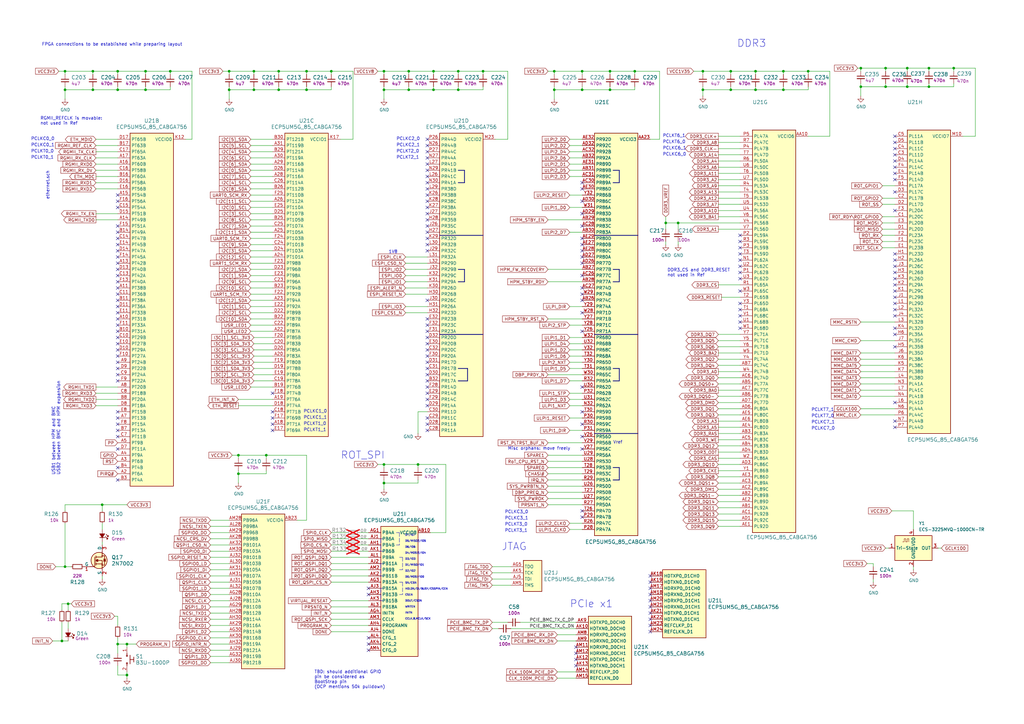
<source format=kicad_sch>
(kicad_sch (version 20230121) (generator eeschema)
  (paper "A3")
  (title_block (title "ECP5 - Datacenter Secure Control Module (DC-SCM)") (date "2024-07-01") (rev "1.2.1"))
  (junction (at 114.3 29.21))
  (junction (at 363.22 35.56))
  (junction (at 391.16 27.94))
  (junction (at 227.33 36.83))
  (junction (at 167.64 36.83))
  (junction (at 52.07 264.16))
  (junction (at 104.14 29.21))
  (junction (at 227.33 29.21))
  (junction (at 238.76 36.83))
  (junction (at 381 27.94))
  (junction (at 109.22 186.69))
  (junction (at 25.4 262.89))
  (junction (at 59.69 36.83))
  (junction (at 27.94 247.65))
  (junction (at 250.19 29.21))
  (junction (at 26.67 29.21))
  (junction (at 353.06 27.94))
  (junction (at 157.48 36.83))
  (junction (at 177.8 36.83))
  (junction (at 177.8 29.21))
  (junction (at 187.96 29.21))
  (junction (at 278.13 91.44))
  (junction (at 93.98 36.83))
  (junction (at 331.47 29.21))
  (junction (at 353.06 35.56))
  (junction (at 171.45 190.5))
  (junction (at 48.26 29.21))
  (junction (at 97.79 194.31))
  (junction (at 299.72 29.21))
  (junction (at 260.35 29.21))
  (junction (at 38.1 29.21))
  (junction (at 250.19 36.83))
  (junction (at 157.48 198.12))
  (junction (at 104.14 36.83))
  (junction (at 187.96 36.83))
  (junction (at 125.73 29.21))
  (junction (at 48.26 36.83))
  (junction (at 288.29 29.21))
  (junction (at 26.67 232.41))
  (junction (at 309.88 29.21))
  (junction (at 59.69 29.21))
  (junction (at 372.11 27.94))
  (junction (at 309.88 36.83))
  (junction (at 93.98 29.21))
  (junction (at 157.48 190.5))
  (junction (at 69.85 29.21))
  (junction (at 321.31 36.83))
  (junction (at 381 35.56))
  (junction (at 38.1 36.83))
  (junction (at 363.22 27.94))
  (junction (at 167.64 29.21))
  (junction (at 26.67 36.83))
  (junction (at 273.05 91.44))
  (junction (at 238.76 29.21))
  (junction (at 125.73 36.83))
  (junction (at 299.72 36.83))
  (junction (at 288.29 36.83))
  (junction (at 41.91 207.01))
  (junction (at 198.12 29.21))
  (junction (at 157.48 29.21))
  (junction (at 52.07 276.86))
  (junction (at 372.11 35.56))
  (junction (at 321.31 29.21))
  (junction (at 135.89 29.21))
  (junction (at 97.79 186.69))
  (junction (at 114.3 36.83))
  (junction (at 48.26 264.16))
  (no_connect (at 48.26 123.19))
  (no_connect (at 238.76 77.47))
  (no_connect (at 238.76 102.87))
  (no_connect (at 111.76 173.99))
  (no_connect (at 238.76 105.41))
  (no_connect (at 175.26 57.15))
  (no_connect (at 48.26 138.43))
  (no_connect (at 266.7 246.38))
  (no_connect (at 48.26 113.03))
  (no_connect (at 48.26 140.97))
  (no_connect (at 175.26 158.75))
  (no_connect (at 48.26 110.49))
  (no_connect (at 175.26 161.29))
  (no_connect (at 266.7 256.54))
  (no_connect (at 48.26 151.13))
  (no_connect (at 151.13 243.84))
  (no_connect (at 238.76 123.19))
  (no_connect (at 238.76 168.91))
  (no_connect (at 48.26 168.91))
  (no_connect (at 238.76 209.55))
  (no_connect (at 175.26 72.39))
  (no_connect (at 175.26 100.33))
  (no_connect (at 238.76 118.11))
  (no_connect (at 367.03 60.96))
  (no_connect (at 303.53 104.14))
  (no_connect (at 175.26 176.53))
  (no_connect (at 367.03 119.38))
  (no_connect (at 48.26 128.27))
  (no_connect (at 367.03 134.62))
  (no_connect (at 111.76 171.45))
  (no_connect (at 238.76 92.71))
  (no_connect (at 303.53 99.06))
  (no_connect (at 151.13 264.16))
  (no_connect (at 175.26 123.19))
  (no_connect (at 175.26 87.63))
  (no_connect (at 236.22 265.43))
  (no_connect (at 367.03 58.42))
  (no_connect (at 48.26 82.55))
  (no_connect (at 175.26 92.71))
  (no_connect (at 175.26 156.21))
  (no_connect (at 175.26 143.51))
  (no_connect (at 48.26 148.59))
  (no_connect (at 48.26 191.77))
  (no_connect (at 266.7 248.92))
  (no_connect (at 175.26 62.23))
  (no_connect (at 151.13 266.7))
  (no_connect (at 236.22 267.97))
  (no_connect (at 238.76 97.79))
  (no_connect (at 367.03 106.68))
  (no_connect (at 367.03 78.74))
  (no_connect (at 175.26 74.93))
  (no_connect (at 175.26 69.85))
  (no_connect (at 48.26 173.99))
  (no_connect (at 367.03 121.92))
  (no_connect (at 367.03 104.14))
  (no_connect (at 175.26 130.81))
  (no_connect (at 367.03 66.04))
  (no_connect (at 238.76 113.03))
  (no_connect (at 48.26 80.01))
  (no_connect (at 236.22 273.05))
  (no_connect (at 151.13 241.3))
  (no_connect (at 367.03 55.88))
  (no_connect (at 48.26 97.79))
  (no_connect (at 175.26 77.47))
  (no_connect (at 48.26 102.87))
  (no_connect (at 48.26 85.09))
  (no_connect (at 367.03 165.1))
  (no_connect (at 175.26 64.77))
  (no_connect (at 367.03 127))
  (no_connect (at 175.26 171.45))
  (no_connect (at 367.03 63.5))
  (no_connect (at 236.22 270.51))
  (no_connect (at 111.76 161.29))
  (no_connect (at 48.26 125.73))
  (no_connect (at 175.26 95.25))
  (no_connect (at 175.26 146.05))
  (no_connect (at 48.26 115.57))
  (no_connect (at 175.26 163.83))
  (no_connect (at 48.26 143.51))
  (no_connect (at 48.26 92.71))
  (no_connect (at 303.53 129.54))
  (no_connect (at 238.76 82.55))
  (no_connect (at 303.53 132.08))
  (no_connect (at 48.26 196.85))
  (no_connect (at 266.7 259.08))
  (no_connect (at 48.26 105.41))
  (no_connect (at 266.7 238.76))
  (no_connect (at 266.7 243.84))
  (no_connect (at 238.76 179.07))
  (no_connect (at 48.26 135.89))
  (no_connect (at 238.76 120.65))
  (no_connect (at 266.7 236.22))
  (no_connect (at 175.26 133.35))
  (no_connect (at 266.7 241.3))
  (no_connect (at 48.26 153.67))
  (no_connect (at 175.26 166.37))
  (no_connect (at 175.26 138.43))
  (no_connect (at 367.03 86.36))
  (no_connect (at 175.26 173.99))
  (no_connect (at 175.26 85.09))
  (no_connect (at 48.26 176.53))
  (no_connect (at 111.76 168.91))
  (no_connect (at 48.26 171.45))
  (no_connect (at 175.26 90.17))
  (no_connect (at 151.13 261.62))
  (no_connect (at 367.03 129.54))
  (no_connect (at 303.53 114.3))
  (no_connect (at 238.76 107.95))
  (no_connect (at 303.53 134.62))
  (no_connect (at 238.76 158.75))
  (no_connect (at 238.76 212.09))
  (no_connect (at 48.26 107.95))
  (no_connect (at 175.26 82.55))
  (no_connect (at 266.7 254))
  (no_connect (at 303.53 111.76))
  (no_connect (at 48.26 100.33))
  (no_connect (at 48.26 120.65))
  (no_connect (at 175.26 148.59))
  (no_connect (at 238.76 173.99))
  (no_connect (at 303.53 119.38))
  (no_connect (at 238.76 135.89))
  (no_connect (at 367.03 142.24))
  (no_connect (at 303.53 109.22))
  (no_connect (at 238.76 184.15))
  (no_connect (at 367.03 137.16))
  (no_connect (at 367.03 109.22))
  (no_connect (at 238.76 100.33))
  (no_connect (at 367.03 124.46))
  (no_connect (at 48.26 184.15))
  (no_connect (at 367.03 73.66))
  (no_connect (at 175.26 102.87))
  (no_connect (at 175.26 140.97))
  (no_connect (at 175.26 67.31))
  (no_connect (at 48.26 146.05))
  (no_connect (at 48.26 156.21))
  (no_connect (at 175.26 153.67))
  (no_connect (at 367.03 111.76))
  (no_connect (at 367.03 175.26))
  (no_connect (at 48.26 179.07))
  (no_connect (at 367.03 116.84))
  (no_connect (at 238.76 74.93))
  (no_connect (at 175.26 97.79))
  (no_connect (at 175.26 59.69))
  (no_connect (at 48.26 95.25))
  (no_connect (at 303.53 127))
  (no_connect (at 48.26 133.35))
  (no_connect (at 48.26 118.11))
  (no_connect (at 238.76 128.27))
  (no_connect (at 303.53 101.6))
  (no_connect (at 367.03 68.58))
  (no_connect (at 367.03 172.72))
  (no_connect (at 175.26 80.01))
  (no_connect (at 175.26 151.13))
  (no_connect (at 48.26 130.81))
  (no_connect (at 238.76 87.63))
  (no_connect (at 175.26 135.89))
  (no_connect (at 367.03 114.3))
  (no_connect (at 303.53 124.46))
  (no_connect (at 111.76 176.53))
  (no_connect (at 367.03 71.12))
  (no_connect (at 303.53 96.52))
  (no_connect (at 266.7 251.46))
  (no_connect (at 303.53 106.68))
  (wire (pts (xy 278.13 99.06) (xy 278.13 100.33)))
  (wire (pts (xy 208.28 29.21) (xy 208.28 57.15)))
  (wire (pts (xy 166.37 128.27) (xy 175.26 128.27)))
  (wire (pts (xy 294.64 200.66) (xy 303.53 200.66)))
  (wire (pts (xy 294.64 182.88) (xy 303.53 182.88)))
  (wire (pts (xy 238.76 163.83) (xy 233.68 163.83)))
  (wire (pts (xy 86.36 269.24) (xy 93.98 269.24)))
  (wire (pts (xy 372.11 34.29) (xy 372.11 35.56)))
  (wire (pts (xy 294.64 139.7) (xy 303.53 139.7)))
  (wire (pts (xy 93.98 233.68) (xy 86.36 233.68)))
  (wire (pts (xy 177.8 29.21) (xy 177.8 30.48)))
  (wire (pts (xy 157.48 29.21) (xy 167.64 29.21)))
  (wire (pts (xy 86.36 264.16) (xy 93.98 264.16)))
  (wire (pts (xy 372.11 35.56) (xy 381 35.56)))
  (wire (pts (xy 367.03 149.86) (xy 353.06 149.86)))
  (wire (pts (xy 104.14 143.51) (xy 111.76 143.51)))
  (wire (pts (xy 26.67 36.83) (xy 26.67 40.64)))
  (wire (pts (xy 176.53 218.44) (xy 182.88 218.44)))
  (wire (pts (xy 48.26 273.05) (xy 48.26 276.86)))
  (wire (pts (xy 102.87 113.03) (xy 111.76 113.03)))
  (wire (pts (xy 238.76 110.49) (xy 224.79 110.49)))
  (wire (pts (xy 374.65 209.55) (xy 374.65 217.17)))
  (wire (pts (xy 358.14 231.14) (xy 358.14 232.41)))
  (polyline (pts (xy 436.88 228.6) (xy 539.75 228.6)) (stroke (width 0) (type dash)))
  (wire (pts (xy 102.87 123.19) (xy 111.76 123.19)))
  (wire (pts (xy 331.47 29.21) (xy 331.47 30.48)))
  (polyline (pts (xy 165.1 243.84) (xy 163.83 243.84)) (stroke (width 0) (type dash)))
  (wire (pts (xy 86.36 266.7) (xy 93.98 266.7)))
  (wire (pts (xy 48.26 74.93) (xy 39.37 74.93)))
  (wire (pts (xy 238.76 214.63) (xy 233.68 214.63)))
  (wire (pts (xy 135.89 226.06) (xy 142.24 226.06)))
  (wire (pts (xy 198.12 29.21) (xy 198.12 30.48)))
  (wire (pts (xy 125.73 29.21) (xy 135.89 29.21)))
  (wire (pts (xy 104.14 29.21) (xy 114.3 29.21)))
  (wire (pts (xy 102.87 130.81) (xy 111.76 130.81)))
  (wire (pts (xy 384.81 224.79) (xy 386.08 224.79)))
  (wire (pts (xy 294.64 187.96) (xy 303.53 187.96)))
  (wire (pts (xy 321.31 29.21) (xy 321.31 30.48)))
  (bus (pts (xy 251.46 115.57) (xy 254 115.57)))
  (wire (pts (xy 111.76 92.71) (xy 102.87 92.71)))
  (wire (pts (xy 294.64 215.9) (xy 303.53 215.9)))
  (wire (pts (xy 294.64 55.88) (xy 303.53 55.88)))
  (wire (pts (xy 288.29 29.21) (xy 299.72 29.21)))
  (wire (pts (xy 97.79 166.37) (xy 111.76 166.37)))
  (wire (pts (xy 142.24 223.52) (xy 135.89 223.52)))
  (wire (pts (xy 111.76 97.79) (xy 102.87 97.79)))
  (wire (pts (xy 111.76 95.25) (xy 102.87 95.25)))
  (wire (pts (xy 309.88 29.21) (xy 321.31 29.21)))
  (wire (pts (xy 111.76 135.89) (xy 102.87 135.89)))
  (wire (pts (xy 97.79 163.83) (xy 111.76 163.83)))
  (wire (pts (xy 38.1 35.56) (xy 38.1 36.83)))
  (wire (pts (xy 294.64 71.12) (xy 303.53 71.12)))
  (wire (pts (xy 273.05 99.06) (xy 273.05 100.33)))
  (wire (pts (xy 294.64 170.18) (xy 303.53 170.18)))
  (wire (pts (xy 48.26 72.39) (xy 39.37 72.39)))
  (wire (pts (xy 353.06 154.94) (xy 367.03 154.94)))
  (bus (pts (xy 254 196.85) (xy 254 191.77)))
  (wire (pts (xy 93.98 223.52) (xy 86.36 223.52)))
  (wire (pts (xy 358.14 237.49) (xy 358.14 238.76)))
  (wire (pts (xy 26.67 207.01) (xy 41.91 207.01)))
  (wire (pts (xy 25.4 255.27) (xy 25.4 262.89)))
  (polyline (pts (xy 436.88 142.24) (xy 539.75 142.24)) (stroke (width 0) (type dash)))
  (wire (pts (xy 104.14 146.05) (xy 111.76 146.05)))
  (wire (pts (xy 86.36 254) (xy 93.98 254)))
  (wire (pts (xy 104.14 138.43) (xy 111.76 138.43)))
  (wire (pts (xy 114.3 29.21) (xy 125.73 29.21)))
  (wire (pts (xy 361.95 96.52) (xy 367.03 96.52)))
  (wire (pts (xy 166.37 107.95) (xy 175.26 107.95)))
  (wire (pts (xy 361.95 91.44) (xy 367.03 91.44)))
  (wire (pts (xy 363.22 27.94) (xy 372.11 27.94)))
  (wire (pts (xy 294.64 154.94) (xy 303.53 154.94)))
  (wire (pts (xy 48.26 57.15) (xy 39.37 57.15)))
  (wire (pts (xy 351.79 27.94) (xy 353.06 27.94)))
  (polyline (pts (xy 436.88 130.81) (xy 539.75 130.81)) (stroke (width 0) (type dash)))
  (wire (pts (xy 299.72 35.56) (xy 299.72 36.83)))
  (wire (pts (xy 48.26 69.85) (xy 39.37 69.85)))
  (wire (pts (xy 147.32 226.06) (xy 151.13 226.06)))
  (wire (pts (xy 353.06 35.56) (xy 363.22 35.56)))
  (wire (pts (xy 21.59 262.89) (xy 25.4 262.89)))
  (wire (pts (xy 86.36 213.36) (xy 93.98 213.36)))
  (bus (pts (xy 243.84 96.52) (xy 261.62 96.52)))
  (wire (pts (xy 111.76 82.55) (xy 102.87 82.55)))
  (wire (pts (xy 288.29 35.56) (xy 288.29 36.83)))
  (wire (pts (xy 135.89 231.14) (xy 151.13 231.14)))
  (wire (pts (xy 238.76 199.39) (xy 224.79 199.39)))
  (wire (pts (xy 238.76 148.59) (xy 233.68 148.59)))
  (bus (pts (xy 254 115.57) (xy 254 110.49)))
  (wire (pts (xy 294.64 198.12) (xy 303.53 198.12)))
  (wire (pts (xy 391.16 34.29) (xy 391.16 35.56)))
  (wire (pts (xy 151.13 233.68) (xy 135.89 233.68)))
  (wire (pts (xy 284.48 29.21) (xy 288.29 29.21)))
  (wire (pts (xy 250.19 35.56) (xy 250.19 36.83)))
  (wire (pts (xy 26.67 232.41) (xy 29.21 232.41)))
  (wire (pts (xy 25.4 247.65) (xy 27.94 247.65)))
  (polyline (pts (xy 436.88 153.67) (xy 539.75 153.67)) (stroke (width 0) (type dash)))
  (polyline (pts (xy 156.21 246.38) (xy 157.48 246.38)) (stroke (width 0) (type dash)))
  (bus (pts (xy 254 151.13) (xy 254 156.21)))
  (wire (pts (xy 111.76 133.35) (xy 102.87 133.35)))
  (wire (pts (xy 361.95 83.82) (xy 367.03 83.82)))
  (polyline (pts (xy 483.87 130.81) (xy 483.87 228.6)) (stroke (width 0) (type dash)))
  (wire (pts (xy 321.31 35.56) (xy 321.31 36.83)))
  (wire (pts (xy 86.36 256.54) (xy 93.98 256.54)))
  (bus (pts (xy 251.46 196.85) (xy 254 196.85)))
  (wire (pts (xy 294.64 193.04) (xy 303.53 193.04)))
  (bus (pts (xy 254 156.21) (xy 251.46 156.21)))
  (wire (pts (xy 111.76 62.23) (xy 102.87 62.23)))
  (wire (pts (xy 224.79 204.47) (xy 238.76 204.47)))
  (wire (pts (xy 201.93 255.27) (xy 208.28 255.27)))
  (wire (pts (xy 177.8 29.21) (xy 187.96 29.21)))
  (wire (pts (xy 157.48 191.77) (xy 157.48 190.5)))
  (wire (pts (xy 135.89 238.76) (xy 151.13 238.76)))
  (wire (pts (xy 250.19 29.21) (xy 260.35 29.21)))
  (wire (pts (xy 321.31 29.21) (xy 331.47 29.21)))
  (wire (pts (xy 93.98 36.83) (xy 93.98 40.64)))
  (wire (pts (xy 294.64 88.9) (xy 303.53 88.9)))
  (wire (pts (xy 24.13 29.21) (xy 26.67 29.21)))
  (wire (pts (xy 104.14 140.97) (xy 111.76 140.97)))
  (polyline (pts (xy 436.88 124.46) (xy 539.75 124.46)) (stroke (width 0) (type dash)))
  (wire (pts (xy 260.35 29.21) (xy 260.35 30.48)))
  (wire (pts (xy 38.1 36.83) (xy 48.26 36.83)))
  (wire (pts (xy 353.06 162.56) (xy 367.03 162.56)))
  (wire (pts (xy 361.95 76.2) (xy 367.03 76.2)))
  (wire (pts (xy 353.06 160.02) (xy 367.03 160.02)))
  (wire (pts (xy 111.76 74.93) (xy 102.87 74.93)))
  (wire (pts (xy 111.76 59.69) (xy 102.87 59.69)))
  (wire (pts (xy 48.26 252.73) (xy 46.99 252.73)))
  (wire (pts (xy 59.69 36.83) (xy 69.85 36.83)))
  (wire (pts (xy 294.64 185.42) (xy 303.53 185.42)))
  (wire (pts (xy 166.37 110.49) (xy 175.26 110.49)))
  (wire (pts (xy 26.67 214.63) (xy 26.67 232.41)))
  (wire (pts (xy 394.97 55.88) (xy 400.05 55.88)))
  (wire (pts (xy 48.26 59.69) (xy 39.37 59.69)))
  (wire (pts (xy 41.91 207.01) (xy 41.91 209.55)))
  (polyline (pts (xy 436.88 210.82) (xy 539.75 210.82)) (stroke (width 0) (type dash)))
  (wire (pts (xy 273.05 91.44) (xy 273.05 93.98)))
  (bus (pts (xy 190.5 74.93) (xy 190.5 69.85)))
  (wire (pts (xy 86.36 259.08) (xy 93.98 259.08)))
  (wire (pts (xy 26.67 29.21) (xy 26.67 30.48)))
  (wire (pts (xy 233.68 62.23) (xy 238.76 62.23)))
  (wire (pts (xy 93.98 29.21) (xy 104.14 29.21)))
  (wire (pts (xy 295.91 121.92) (xy 303.53 121.92)))
  (wire (pts (xy 48.26 62.23) (xy 39.37 62.23)))
  (wire (pts (xy 233.68 146.05) (xy 238.76 146.05)))
  (polyline (pts (xy 157.48 241.3) (xy 156.21 241.3)) (stroke (width 0) (type dash)))
  (wire (pts (xy 391.16 27.94) (xy 400.05 27.94)))
  (wire (pts (xy 48.26 276.86) (xy 52.07 276.86)))
  (wire (pts (xy 135.89 254) (xy 151.13 254)))
  (wire (pts (xy 353.06 132.08) (xy 367.03 132.08)))
  (wire (pts (xy 294.64 86.36) (xy 303.53 86.36)))
  (polyline (pts (xy 156.21 236.22) (xy 157.48 236.22)) (stroke (width 0) (type dash)))
  (wire (pts (xy 294.64 78.74) (xy 303.53 78.74)))
  (wire (pts (xy 238.76 153.67) (xy 224.79 153.67)))
  (bus (pts (xy 187.96 156.21) (xy 191.77 156.21)))
  (wire (pts (xy 135.89 29.21) (xy 135.89 30.48)))
  (wire (pts (xy 238.76 196.85) (xy 224.79 196.85)))
  (wire (pts (xy 361.95 99.06) (xy 367.03 99.06)))
  (polyline (pts (xy 539.75 137.16) (xy 539.75 229.87)) (stroke (width 0) (type dash)))
  (wire (pts (xy 294.64 137.16) (xy 303.53 137.16)))
  (bus (pts (xy 254 74.93) (xy 254 69.85)))
  (wire (pts (xy 86.36 228.6) (xy 93.98 228.6)))
  (polyline (pts (xy 436.88 194.31) (xy 539.75 194.31)) (stroke (width 0) (type dash)))
  (polyline (pts (xy 165.1 233.68) (xy 163.83 233.68)) (stroke (width 0) (type dash)))
  (wire (pts (xy 26.67 36.83) (xy 38.1 36.83)))
  (wire (pts (xy 361.95 81.28) (xy 367.03 81.28)))
  (wire (pts (xy 233.68 138.43) (xy 238.76 138.43)))
  (wire (pts (xy 111.76 158.75) (xy 102.87 158.75)))
  (wire (pts (xy 48.26 35.56) (xy 48.26 36.83)))
  (wire (pts (xy 114.3 36.83) (xy 125.73 36.83)))
  (polyline (pts (xy 436.88 135.89) (xy 539.75 135.89)) (stroke (width 0) (type dash)))
  (wire (pts (xy 227.33 29.21) (xy 238.76 29.21)))
  (bus (pts (xy 254 110.49) (xy 251.46 110.49)))
  (polyline (pts (xy 156.21 241.3) (xy 156.21 246.38)) (stroke (width 0) (type dash)))
  (wire (pts (xy 93.98 35.56) (xy 93.98 36.83)))
  (wire (pts (xy 93.98 241.3) (xy 86.36 241.3)))
  (wire (pts (xy 41.91 207.01) (xy 52.07 207.01)))
  (wire (pts (xy 86.36 236.22) (xy 93.98 236.22)))
  (wire (pts (xy 294.64 144.78) (xy 303.53 144.78)))
  (wire (pts (xy 228.6 262.89) (xy 236.22 262.89)))
  (polyline (pts (xy 436.88 165.1) (xy 539.75 165.1)) (stroke (width 0) (type dash)))
  (wire (pts (xy 38.1 29.21) (xy 48.26 29.21)))
  (bus (pts (xy 254 69.85) (xy 251.46 69.85)))
  (wire (pts (xy 238.76 133.35) (xy 233.68 133.35)))
  (wire (pts (xy 86.36 243.84) (xy 93.98 243.84)))
  (wire (pts (xy 157.48 190.5) (xy 171.45 190.5)))
  (wire (pts (xy 381 27.94) (xy 391.16 27.94)))
  (wire (pts (xy 97.79 186.69) (xy 109.22 186.69)))
  (wire (pts (xy 201.93 234.95) (xy 209.55 234.95)))
  (wire (pts (xy 48.26 36.83) (xy 59.69 36.83)))
  (wire (pts (xy 238.76 36.83) (xy 250.19 36.83)))
  (wire (pts (xy 363.22 224.79) (xy 364.49 224.79)))
  (wire (pts (xy 48.26 77.47) (xy 39.37 77.47)))
  (wire (pts (xy 111.76 57.15) (xy 102.87 57.15)))
  (wire (pts (xy 381 34.29) (xy 381 35.56)))
  (polyline (pts (xy 157.48 220.98) (xy 156.21 220.98)) (stroke (width 0) (type dash)))
  (wire (pts (xy 111.76 85.09) (xy 102.87 85.09)))
  (wire (pts (xy 41.91 214.63) (xy 41.91 217.17)))
  (wire (pts (xy 86.36 218.44) (xy 93.98 218.44)))
  (wire (pts (xy 102.87 125.73) (xy 111.76 125.73)))
  (wire (pts (xy 294.64 195.58) (xy 303.53 195.58)))
  (wire (pts (xy 97.79 198.12) (xy 97.79 194.31)))
  (wire (pts (xy 86.36 248.92) (xy 93.98 248.92)))
  (polyline (pts (xy 436.88 217.17) (xy 539.75 217.17)) (stroke (width 0) (type dash)))
  (wire (pts (xy 227.33 36.83) (xy 227.33 40.64)))
  (wire (pts (xy 76.2 57.15) (xy 78.74 57.15)))
  (wire (pts (xy 104.14 151.13) (xy 111.76 151.13)))
  (wire (pts (xy 187.96 29.21) (xy 198.12 29.21)))
  (polyline (pts (xy 436.88 205.74) (xy 539.75 205.74)) (stroke (width 0) (type dash)))
  (wire (pts (xy 154.94 190.5) (xy 157.48 190.5)))
  (wire (pts (xy 135.89 259.08) (xy 151.13 259.08)))
  (polyline (pts (xy 156.21 220.98) (xy 156.21 226.06)) (stroke (width 0) (type dash)))
  (wire (pts (xy 233.68 161.29) (xy 238.76 161.29)))
  (wire (pts (xy 48.26 29.21) (xy 59.69 29.21)))
  (polyline (pts (xy 436.88 176.53) (xy 539.75 176.53)) (stroke (width 0) (type dash)))
  (wire (pts (xy 238.76 201.93) (xy 224.79 201.93)))
  (wire (pts (xy 233.68 143.51) (xy 238.76 143.51)))
  (wire (pts (xy 294.64 60.96) (xy 303.53 60.96)))
  (wire (pts (xy 104.14 36.83) (xy 114.3 36.83)))
  (wire (pts (xy 381 35.56) (xy 391.16 35.56)))
  (bus (pts (xy 190.5 69.85) (xy 187.96 69.85)))
  (wire (pts (xy 238.76 156.21) (xy 233.68 156.21)))
  (wire (pts (xy 233.68 176.53) (xy 238.76 176.53)))
  (wire (pts (xy 353.06 35.56) (xy 353.06 39.37)))
  (wire (pts (xy 294.64 66.04) (xy 303.53 66.04)))
  (wire (pts (xy 52.07 264.16) (xy 52.07 265.43)))
  (wire (pts (xy 166.37 113.03) (xy 175.26 113.03)))
  (wire (pts (xy 135.89 29.21) (xy 144.78 29.21)))
  (wire (pts (xy 86.36 238.76) (xy 93.98 238.76)))
  (wire (pts (xy 270.51 29.21) (xy 270.51 57.15)))
  (wire (pts (xy 361.95 101.6) (xy 367.03 101.6)))
  (wire (pts (xy 25.4 262.89) (xy 27.94 262.89)))
  (wire (pts (xy 294.64 149.86) (xy 303.53 149.86)))
  (wire (pts (xy 52.07 275.59) (xy 52.07 276.86)))
  (wire (pts (xy 363.22 27.94) (xy 363.22 29.21)))
  (wire (pts (xy 182.88 190.5) (xy 182.88 218.44)))
  (wire (pts (xy 233.68 67.31) (xy 238.76 67.31)))
  (wire (pts (xy 102.87 107.95) (xy 111.76 107.95)))
  (polyline (pts (xy 165.1 238.76) (xy 165.1 243.84)) (stroke (width 0) (type dash)))
  (wire (pts (xy 353.06 144.78) (xy 367.03 144.78)))
  (wire (pts (xy 294.64 147.32) (xy 303.53 147.32)))
  (wire (pts (xy 167.64 29.21) (xy 177.8 29.21)))
  (wire (pts (xy 38.1 29.21) (xy 38.1 30.48)))
  (wire (pts (xy 233.68 57.15) (xy 238.76 57.15)))
  (bus (pts (xy 251.46 151.13) (xy 254 151.13)))
  (wire (pts (xy 294.64 203.2) (xy 303.53 203.2)))
  (wire (pts (xy 167.64 29.21) (xy 167.64 30.48)))
  (wire (pts (xy 233.68 166.37) (xy 238.76 166.37)))
  (wire (pts (xy 238.76 191.77) (xy 224.79 191.77)))
  (wire (pts (xy 294.64 213.36) (xy 303.53 213.36)))
  (wire (pts (xy 294.64 175.26) (xy 303.53 175.26)))
  (wire (pts (xy 157.48 35.56) (xy 157.48 36.83)))
  (wire (pts (xy 177.8 36.83) (xy 187.96 36.83)))
  (wire (pts (xy 111.76 80.01) (xy 102.87 80.01)))
  (wire (pts (xy 135.89 220.98) (xy 142.24 220.98)))
  (wire (pts (xy 355.6 231.14) (xy 358.14 231.14)))
  (wire (pts (xy 48.26 264.16) (xy 52.07 264.16)))
  (wire (pts (xy 372.11 27.94) (xy 381 27.94)))
  (wire (pts (xy 111.76 77.47) (xy 102.87 77.47)))
  (wire (pts (xy 135.89 36.83) (xy 135.89 35.56)))
  (wire (pts (xy 157.48 36.83) (xy 157.48 40.64)))
  (wire (pts (xy 213.36 255.27) (xy 236.22 255.27)))
  (wire (pts (xy 151.13 220.98) (xy 147.32 220.98)))
  (wire (pts (xy 111.76 105.41) (xy 102.87 105.41)))
  (wire (pts (xy 114.3 29.21) (xy 114.3 30.48)))
  (wire (pts (xy 233.68 85.09) (xy 238.76 85.09)))
  (wire (pts (xy 278.13 91.44) (xy 303.53 91.44)))
  (wire (pts (xy 233.68 64.77) (xy 238.76 64.77)))
  (wire (pts (xy 48.26 264.16) (xy 48.26 267.97)))
  (wire (pts (xy 294.64 68.58) (xy 303.53 68.58)))
  (wire (pts (xy 171.45 190.5) (xy 182.88 190.5)))
  (wire (pts (xy 135.89 236.22) (xy 151.13 236.22)))
  (wire (pts (xy 102.87 118.11) (xy 111.76 118.11)))
  (wire (pts (xy 166.37 125.73) (xy 175.26 125.73)))
  (wire (pts (xy 86.36 220.98) (xy 93.98 220.98)))
  (wire (pts (xy 151.13 256.54) (xy 135.89 256.54)))
  (polyline (pts (xy 436.88 187.96) (xy 539.75 187.96)) (stroke (width 0) (type dash)))
  (wire (pts (xy 48.26 163.83) (xy 39.37 163.83)))
  (wire (pts (xy 270.51 57.15) (xy 266.7 57.15)))
  (wire (pts (xy 331.47 36.83) (xy 331.47 35.56)))
  (wire (pts (xy 157.48 200.66) (xy 157.48 198.12)))
  (wire (pts (xy 260.35 35.56) (xy 260.35 36.83)))
  (wire (pts (xy 238.76 186.69) (xy 224.79 186.69)))
  (wire (pts (xy 294.64 73.66) (xy 303.53 73.66)))
  (wire (pts (xy 278.13 91.44) (xy 278.13 93.98)))
  (wire (pts (xy 86.36 261.62) (xy 93.98 261.62)))
  (wire (pts (xy 187.96 36.83) (xy 198.12 36.83)))
  (wire (pts (xy 125.73 35.56) (xy 125.73 36.83)))
  (wire (pts (xy 135.89 218.44) (xy 142.24 218.44)))
  (wire (pts (xy 109.22 194.31) (xy 109.22 193.04)))
  (polyline (pts (xy 163.83 218.44) (xy 163.83 223.52)) (stroke (width 0) (type dash)))
  (wire (pts (xy 228.6 260.35) (xy 236.22 260.35)))
  (polyline (pts (xy 436.88 147.32) (xy 539.75 147.32)) (stroke (width 0) (type dash)))
  (wire (pts (xy 201.93 240.03) (xy 209.55 240.03)))
  (wire (pts (xy 294.64 205.74) (xy 303.53 205.74)))
  (wire (pts (xy 233.68 151.13) (xy 238.76 151.13)))
  (polyline (pts (xy 436.88 199.39) (xy 539.75 199.39)) (stroke (width 0) (type dash)))
  (bus (pts (xy 187.96 74.93) (xy 190.5 74.93)))
  (wire (pts (xy 238.76 125.73) (xy 233.68 125.73)))
  (wire (pts (xy 294.64 160.02) (xy 303.53 160.02)))
  (wire (pts (xy 111.76 102.87) (xy 102.87 102.87)))
  (wire (pts (xy 109.22 186.69) (xy 125.73 186.69)))
  (wire (pts (xy 353.06 152.4) (xy 367.03 152.4)))
  (wire (pts (xy 26.67 35.56) (xy 26.67 36.83)))
  (wire (pts (xy 353.06 139.7) (xy 367.03 139.7)))
  (wire (pts (xy 294.64 76.2) (xy 303.53 76.2)))
  (wire (pts (xy 69.85 29.21) (xy 69.85 30.48)))
  (wire (pts (xy 97.79 194.31) (xy 109.22 194.31)))
  (wire (pts (xy 102.87 110.49) (xy 111.76 110.49)))
  (wire (pts (xy 41.91 222.25) (xy 41.91 223.52)))
  (wire (pts (xy 48.26 166.37) (xy 39.37 166.37)))
  (bus (pts (xy 251.46 74.93) (xy 254 74.93)))
  (wire (pts (xy 48.26 67.31) (xy 39.37 67.31)))
  (wire (pts (xy 294.64 165.1) (xy 303.53 165.1)))
  (wire (pts (xy 22.86 232.41) (xy 26.67 232.41)))
  (wire (pts (xy 294.64 81.28) (xy 303.53 81.28)))
  (wire (pts (xy 93.98 226.06) (xy 86.36 226.06)))
  (bus (pts (xy 254 191.77) (xy 251.46 191.77)))
  (wire (pts (xy 233.68 72.39) (xy 238.76 72.39)))
  (wire (pts (xy 157.48 196.85) (xy 157.48 198.12)))
  (polyline (pts (xy 163.83 223.52) (xy 162.56 223.52)) (stroke (width 0) (type dash)))
  (wire (pts (xy 97.79 186.69) (xy 97.79 187.96)))
  (wire (pts (xy 26.67 207.01) (xy 26.67 209.55)))
  (bus (pts (xy 243.84 137.16) (xy 261.62 137.16)))
  (wire (pts (xy 208.28 57.15) (xy 203.2 57.15)))
  (wire (pts (xy 111.76 69.85) (xy 102.87 69.85)))
  (wire (pts (xy 48.26 29.21) (xy 48.26 30.48)))
  (wire (pts (xy 294.64 83.82) (xy 303.53 83.82)))
  (wire (pts (xy 104.14 153.67) (xy 111.76 153.67)))
  (wire (pts (xy 166.37 115.57) (xy 175.26 115.57)))
  (bus (pts (xy 187.96 115.57) (xy 190.5 115.57)))
  (wire (pts (xy 48.26 87.63) (xy 39.37 87.63)))
  (wire (pts (xy 294.64 63.5) (xy 303.53 63.5)))
  (wire (pts (xy 27.94 255.27) (xy 27.94 257.81)))
  (wire (pts (xy 86.36 251.46) (xy 93.98 251.46)))
  (wire (pts (xy 198.12 29.21) (xy 208.28 29.21)))
  (wire (pts (xy 391.16 27.94) (xy 391.16 29.21)))
  (wire (pts (xy 111.76 87.63) (xy 102.87 87.63)))
  (wire (pts (xy 104.14 148.59) (xy 111.76 148.59)))
  (wire (pts (xy 294.64 58.42) (xy 303.53 58.42)))
  (wire (pts (xy 228.6 275.59) (xy 236.22 275.59)))
  (wire (pts (xy 224.79 181.61) (xy 238.76 181.61)))
  (wire (pts (xy 166.37 105.41) (xy 175.26 105.41)))
  (wire (pts (xy 238.76 90.17) (xy 224.79 90.17)))
  (wire (pts (xy 48.26 256.54) (xy 48.26 252.73)))
  (wire (pts (xy 48.26 261.62) (xy 48.26 264.16)))
  (polyline (pts (xy 436.88 182.88) (xy 539.75 182.88)) (stroke (width 0) (type dash)))
  (wire (pts (xy 361.95 88.9) (xy 367.03 88.9)))
  (wire (pts (xy 294.64 142.24) (xy 303.53 142.24)))
  (wire (pts (xy 400.05 27.94) (xy 400.05 55.88)))
  (wire (pts (xy 250.19 36.83) (xy 260.35 36.83)))
  (wire (pts (xy 309.88 36.83) (xy 321.31 36.83)))
  (wire (pts (xy 353.06 170.18) (xy 367.03 170.18)))
  (wire (pts (xy 59.69 29.21) (xy 59.69 30.48)))
  (wire (pts (xy 340.36 55.88) (xy 340.36 29.21)))
  (wire (pts (xy 147.32 218.44) (xy 151.13 218.44)))
  (wire (pts (xy 309.88 35.56) (xy 309.88 36.83)))
  (wire (pts (xy 227.33 35.56) (xy 227.33 36.83)))
  (polyline (pts (xy 436.88 222.25) (xy 539.75 222.25)) (stroke (width 0) (type dash)))
  (bus (pts (xy 191.77 156.21) (xy 191.77 151.13)))
  (wire (pts (xy 78.74 57.15) (xy 78.74 29.21)))
  (wire (pts (xy 374.65 232.41) (xy 374.65 233.68)))
  (wire (pts (xy 201.93 237.49) (xy 209.55 237.49)))
  (bus (pts (xy 180.34 137.16) (xy 198.12 137.16)))
  (wire (pts (xy 294.64 162.56) (xy 303.53 162.56)))
  (wire (pts (xy 171.45 190.5) (xy 171.45 191.77)))
  (wire (pts (xy 102.87 128.27) (xy 111.76 128.27)))
  (wire (pts (xy 363.22 35.56) (xy 372.11 35.56)))
  (polyline (pts (xy 163.83 228.6) (xy 165.1 228.6)) (stroke (width 0) (type dash)))
  (wire (pts (xy 151.13 246.38) (xy 135.89 246.38)))
  (wire (pts (xy 48.26 64.77) (xy 39.37 64.77)))
  (wire (pts (xy 201.93 232.41) (xy 209.55 232.41)))
  (wire (pts (xy 104.14 35.56) (xy 104.14 36.83)))
  (wire (pts (xy 361.95 93.98) (xy 367.03 93.98)))
  (wire (pts (xy 26.67 29.21) (xy 38.1 29.21)))
  (wire (pts (xy 93.98 29.21) (xy 93.98 30.48)))
  (wire (pts (xy 125.73 213.36) (xy 121.92 213.36)))
  (wire (pts (xy 372.11 27.94) (xy 372.11 29.21)))
  (wire (pts (xy 166.37 118.11) (xy 175.26 118.11)))
  (wire (pts (xy 177.8 35.56) (xy 177.8 36.83)))
  (wire (pts (xy 41.91 236.22) (xy 41.91 237.49)))
  (wire (pts (xy 294.64 157.48) (xy 303.53 157.48)))
  (wire (pts (xy 27.94 247.65) (xy 27.94 250.19)))
  (wire (pts (xy 233.68 140.97) (xy 238.76 140.97)))
  (wire (pts (xy 111.76 64.77) (xy 102.87 64.77)))
  (polyline (pts (xy 163.83 238.76) (xy 165.1 238.76)) (stroke (width 0) (type dash)))
  (wire (pts (xy 157.48 36.83) (xy 167.64 36.83)))
  (wire (pts (xy 157.48 29.21) (xy 157.48 30.48)))
  (wire (pts (xy 27.94 247.65) (xy 29.21 247.65)))
  (polyline (pts (xy 157.48 231.14) (xy 156.21 231.14)) (stroke (width 0) (type dash)))
  (wire (pts (xy 97.79 193.04) (xy 97.79 194.31)))
  (wire (pts (xy 135.89 228.6) (xy 151.13 228.6)))
  (wire (pts (xy 52.07 276.86) (xy 52.07 278.13)))
  (wire (pts (xy 294.64 167.64) (xy 303.53 167.64)))
  (wire (pts (xy 233.68 171.45) (xy 238.76 171.45)))
  (wire (pts (xy 294.64 210.82) (xy 303.53 210.82)))
  (wire (pts (xy 125.73 29.21) (xy 125.73 30.48)))
  (wire (pts (xy 125.73 36.83) (xy 135.89 36.83)))
  (wire (pts (xy 294.64 116.84) (xy 303.53 116.84)))
  (wire (pts (xy 367.03 157.48) (xy 353.06 157.48)))
  (polyline (pts (xy 162.56 218.44) (xy 163.83 218.44)) (stroke (width 0) (type dash)))
  (wire (pts (xy 294.64 177.8) (xy 303.53 177.8)))
  (wire (pts (xy 353.06 147.32) (xy 367.03 147.32)))
  (wire (pts (xy 233.68 69.85) (xy 238.76 69.85)))
  (wire (pts (xy 294.64 208.28) (xy 303.53 208.28)))
  (wire (pts (xy 299.72 29.21) (xy 299.72 30.48)))
  (wire (pts (xy 139.7 57.15) (xy 144.78 57.15)))
  (wire (pts (xy 48.26 90.17) (xy 39.37 90.17)))
  (wire (pts (xy 233.68 95.25) (xy 238.76 95.25)))
  (bus (pts (xy 243.84 177.8) (xy 261.62 177.8)))
  (wire (pts (xy 353.06 27.94) (xy 363.22 27.94)))
  (polyline (pts (xy 156.21 231.14) (xy 156.21 236.22)) (stroke (width 0) (type dash)))
  (wire (pts (xy 294.64 172.72) (xy 303.53 172.72)))
  (wire (pts (xy 238.76 207.01) (xy 224.79 207.01)))
  (wire (pts (xy 238.76 80.01) (xy 233.68 80.01)))
  (wire (pts (xy 238.76 189.23) (xy 224.79 189.23)))
  (wire (pts (xy 224.79 29.21) (xy 227.33 29.21)))
  (wire (pts (xy 309.88 29.21) (xy 309.88 30.48)))
  (wire (pts (xy 209.55 257.81) (xy 236.22 257.81)))
  (wire (pts (xy 294.64 152.4) (xy 303.53 152.4)))
  (wire (pts (xy 233.68 59.69) (xy 238.76 59.69)))
  (wire (pts (xy 198.12 35.56) (xy 198.12 36.83)))
  (wire (pts (xy 166.37 120.65) (xy 175.26 120.65)))
  (wire (pts (xy 104.14 156.21) (xy 111.76 156.21)))
  (wire (pts (xy 86.36 246.38) (xy 93.98 246.38)))
  (wire (pts (xy 147.32 223.52) (xy 151.13 223.52)))
  (wire (pts (xy 187.96 35.56) (xy 187.96 36.83)))
  (wire (pts (xy 52.07 264.16) (xy 55.88 264.16)))
  (wire (pts (xy 273.05 91.44) (xy 278.13 91.44)))
  (wire (pts (xy 224.79 130.81) (xy 238.76 130.81)))
  (wire (pts (xy 69.85 29.21) (xy 78.74 29.21)))
  (wire (pts (xy 363.22 34.29) (xy 363.22 35.56)))
  (wire (pts (xy 353.06 34.29) (xy 353.06 35.56)))
  (wire (pts (xy 250.19 29.21) (xy 250.19 30.48)))
  (wire (pts (xy 340.36 29.21) (xy 331.47 29.21)))
  (wire (pts (xy 238.76 217.17) (xy 233.68 217.17)))
  (wire (pts (xy 201.93 257.81) (xy 204.47 257.81)))
  (polyline (pts (xy 156.21 226.06) (xy 157.48 226.06)) (stroke (width 0) (type dash)))
  (wire (pts (xy 299.72 36.83) (xy 309.88 36.83)))
  (wire (pts (xy 331.47 55.88) (xy 340.36 55.88)))
  (wire (pts (xy 111.76 67.31) (xy 102.87 67.31)))
  (wire (pts (xy 91.44 29.21) (xy 93.98 29.21)))
  (wire (pts (xy 157.48 198.12) (xy 171.45 198.12)))
  (wire (pts (xy 273.05 88.9) (xy 273.05 91.44)))
  (wire (pts (xy 167.64 35.56) (xy 167.64 36.83)))
  (wire (pts (xy 288.29 29.21) (xy 288.29 30.48)))
  (bus (pts (xy 180.34 96.52) (xy 198.12 96.52)))
  (bus (pts (xy 191.77 151.13) (xy 187.96 151.13)))
  (wire (pts (xy 299.72 29.21) (xy 309.88 29.21)))
  (polyline (pts (xy 436.88 171.45) (xy 539.75 171.45)) (stroke (width 0) (type dash)))
  (wire (pts (xy 111.76 100.33) (xy 102.87 100.33)))
  (wire (pts (xy 86.36 231.14) (xy 93.98 231.14)))
  (wire (pts (xy 104.14 29.21) (xy 104.14 30.48)))
  (polyline (pts (xy 462.28 130.81) (xy 462.28 228.6)) (stroke (width 0) (type dash)))
  (wire (pts (xy 238.76 35.56) (xy 238.76 36.83)))
  (wire (pts (xy 69.85 36.83) (xy 69.85 35.56)))
  (wire (pts (xy 86.36 215.9) (xy 93.98 215.9)))
  (wire (pts (xy 260.35 29.21) (xy 270.51 29.21)))
  (wire (pts (xy 25.4 247.65) (xy 25.4 250.19)))
  (polyline (pts (xy 436.88 137.16) (xy 436.88 229.87)) (stroke (width 0) (type dash)))
  (wire (pts (xy 102.87 120.65) (xy 111.76 120.65)))
  (wire (pts (xy 227.33 29.21) (xy 227.33 30.48)))
  (polyline (pts (xy 436.88 158.75) (xy 539.75 158.75)) (stroke (width 0) (type dash)))
  (wire (pts (xy 125.73 186.69) (xy 125.73 213.36)))
  (wire (pts (xy 171.45 177.8) (xy 171.45 168.91)))
  (wire (pts (xy 151.13 248.92) (xy 135.89 248.92)))
  (wire (pts (xy 154.94 29.21) (xy 157.48 29.21)))
  (wire (pts (xy 187.96 29.21) (xy 187.96 30.48)))
  (wire (pts (xy 111.76 72.39) (xy 102.87 72.39)))
  (wire (pts (xy 238.76 29.21) (xy 238.76 30.48)))
  (wire (pts (xy 171.45 168.91) (xy 175.26 168.91)))
  (polyline (pts (xy 511.81 130.81) (xy 511.81 229.87)) (stroke (width 0) (type dash)))
  (wire (pts (xy 59.69 35.56) (xy 59.69 36.83)))
  (wire (pts (xy 381 27.94) (xy 381 29.21)))
  (wire (pts (xy 228.6 278.13) (xy 236.22 278.13)))
  (wire (pts (xy 48.26 161.29) (xy 39.37 161.29)))
  (wire (pts (xy 135.89 251.46) (xy 151.13 251.46)))
  (wire (pts (xy 238.76 29.21) (xy 250.19 29.21)))
  (wire (pts (xy 59.69 29.21) (xy 69.85 29.21)))
  (wire (pts (xy 114.3 35.56) (xy 114.3 36.83)))
  (wire (pts (xy 111.76 90.17) (xy 102.87 90.17)))
  (wire (pts (xy 95.25 186.69) (xy 97.79 186.69)))
  (wire (pts (xy 171.45 198.12) (xy 171.45 196.85)))
  (bus (pts (xy 190.5 115.57) (xy 190.5 110.49)))
  (wire (pts (xy 321.31 36.83) (xy 331.47 36.83)))
  (wire (pts (xy 353.06 27.94) (xy 353.06 29.21)))
  (wire (pts (xy 288.29 36.83) (xy 288.29 39.37)))
  (wire (pts (xy 288.29 36.83) (xy 299.72 36.83)))
  (wire (pts (xy 294.64 93.98) (xy 303.53 93.98)))
  (bus (pts (xy 190.5 110.49) (xy 187.96 110.49)))
  (wire (pts (xy 238.76 115.57) (xy 224.79 115.57)))
  (wire (pts (xy 167.64 36.83) (xy 177.8 36.83)))
  (wire (pts (xy 144.78 57.15) (xy 144.78 29.21)))
  (polyline (pts (xy 165.1 228.6) (xy 165.1 233.68)) (stroke (width 0) (type dash)))
  (wire (pts (xy 102.87 115.57) (xy 111.76 115.57)))
  (wire (pts (xy 48.26 158.75) (xy 39.37 158.75)))
  (wire (pts (xy 365.76 209.55) (xy 374.65 209.55)))
  (wire (pts (xy 227.33 36.83) (xy 238.76 36.83)))
  (wire (pts (xy 93.98 36.83) (xy 104.14 36.83)))
  (wire (pts (xy 294.64 180.34) (xy 303.53 180.34)))
  (wire (pts (xy 109.22 186.69) (xy 109.22 187.96)))
  (wire (pts (xy 86.36 271.78) (xy 93.98 271.78)))
  (wire (pts (xy 224.79 194.31) (xy 238.76 194.31)))
  (wire (pts (xy 353.06 167.64) (xy 367.03 167.64)))
  (wire (pts (xy 294.64 190.5) (xy 303.53 190.5)))
  (text "PCLKT0_0" (at 12.7 62.865 0) (effects (font (size 1.27 1.27)) (justify left bottom)))
  (text "?\n\n" (at 495.3 214.63 0) (effects (font (size 2.9972 2.9972)) (justify left bottom)))
  (text "PCLKT2_1" (at 162.56 65.405 0) (effects (font (size 1.27 1.27)) (justify left bottom)))
  (text "Y" (at 495.935 170.18 0) (effects (font (size 2.9972 2.9972)) (justify left bottom)))
  (text "N\n" (at 495.3 163.83 0) (effects (font (size 2.9972 2.9972)) (justify left bottom)))
  (text "DDR3" (at 302.26 19.685 0) (effects (font (size 2.9972 2.9972)) (justify left bottom)))
  (text "PCLKT6_1" (at 271.78 56.515 0) (effects (font (size 1.27 1.27)) (justify left bottom)))
  (text "JTAG" (at 205.74 226.06 0) (effects (font (size 2.9972 2.9972)) (justify left bottom)))
  (text "QSPI1" (at 438.15 158.115 0) (effects (font (size 2.9972 2.9972)) (justify left bottom)))
  (text "ECPIX5" (at 463.55 134.62 0) (effects (font (size 2.0066 2.0066)) (justify left bottom)))
  (text "PCLKT6_0" (at 271.78 59.055 0) (effects (font (size 1.27 1.27)) (justify left bottom)))
  (text "N\n" (at 495.3 193.04 0) (effects (font (size 2.9972 2.9972)) (justify left bottom)))
  (text "I3C" (at 445.77 146.685 0) (effects (font (size 2.9972 2.9972)) (justify right bottom)))
  (text "PCLKC0_1" (at 12.7 60.325 0) (effects (font (size 1.27 1.27)) (justify left bottom)))
  (text "PCLKT7_1" (at 332.74 168.91 0) (effects (font (size 1.27 1.27)) (justify left bottom)))
  (text "?\n\n" (at 495.3 186.055 0) (effects (font (size 2.9972 2.9972)) (justify left bottom)))
  (text "N\n" (at 495.3 140.335 0) (effects (font (size 2.9972 2.9972)) (justify left bottom)))
  (text "SGPIO" (at 437.515 193.04 0) (effects (font (size 2.9972 2.9972)) (justify left bottom)))
  (text "USB1 between HPM and BMC\nUSB2 between BMC and HPM expansion" (at 24.765 194.945 90) (effects (font (size 1.27 1.27)) (justify left bottom)))
  (text "UART" (at 437.515 198.755 0) (effects (font (size 2.9972 2.9972)) (justify left bottom)))
  (text "NCSI" (at 437.515 210.185 0) (effects (font (size 2.9972 2.9972)) (justify left bottom)))
  (text "PCLKT3_0" (at 207.01 215.9 0) (effects (font (size 1.27 1.27)) (justify left bottom)))
  (text "SPI0" (at 438.15 163.83 0) (effects (font (size 2.9972 2.9972)) (justify left bottom)))
  (text "DEDICATED_PINS?" (at 484.505 128.27 0) (effects (font (size 2.0066 2.0066)) (justify left bottom)))
  (text "Status" (at 518.795 128.905 0) (effects (font (size 2.9972 2.9972)) (justify left bottom)))
  (text "Y" (at 495.935 175.895 0) (effects (font (size 2.9972 2.9972)) (justify left bottom)))
  (text "JTAG" (at 437.515 175.26 0) (effects (font (size 2.9972 2.9972)) (justify left bottom)))
  (text "DONE/check" (at 511.175 169.545 0) (effects (font (size 2.9972 2.9972)) (justify left bottom)))
  (text "PCLKC1_0" (at 124.46 169.545 0) (effects (font (size 1.27 1.27)) (justify left bottom)))
  (text "DONE" (at 519.43 215.265 0) (effects (font (size 2.9972 2.9972)) (justify left bottom)))
  (text "DONE" (at 519.43 175.26 0) (effects (font (size 2.9972 2.9972)) (justify left bottom)))
  (text "Y" (at 495.935 152.4 0) (effects (font (size 2.9972 2.9972)) (justify left bottom)))
  (text "PCLKC2_0" (at 162.56 57.785 0) (effects (font (size 1.27 1.27)) (justify left bottom)))
  (text "OCP" (at 467.995 157.48 0) (effects (font (size 2.0066 2.0066)) (justify left bottom)))
  (text "PCLKT7_0" (at 332.74 171.45 0) (effects (font (size 1.27 1.27)) (justify left bottom)))
  (text "Y" (at 495.935 134.62 0) (effects (font (size 2.9972 2.9972)) (justify left bottom)))
  (text "PCLKT1_1" (at 124.46 177.165 0) (effects (font (size 1.27 1.27)) (justify left bottom)))
  (text "CLK->P28" (at 484.505 220.98 0) (effects (font (size 2.9972 2.9972)) (justify left bottom)))
  (text "PCLKT0_1" (at 12.7 65.405 0) (effects (font (size 1.27 1.27)) (justify left bottom)))
  (text "PCIe x1" (at 437.515 169.545 0) (effects (font (size 2.9972 2.9972)) (justify left bottom)))
  (text "ECPIX5" (at 466.09 214.63 0) (effects (font (size 2.0066 2.0066)) (justify left bottom)))
  (text "DONE" (at 519.43 220.98 0) (effects (font (size 2.9972 2.9972)) (justify left bottom)))
  (text "Reference" (at 461.01 128.905 0) (effects (font (size 2.9972 2.9972)) (justify left bottom)))
  (text "DDR3_CS and DDR3_RESET\nnot used in Ref" (at 273.685 113.665 0) (effects (font (size 1.27 1.27)) (justify left bottom)))
  (text "PCLKC7_0" (at 332.74 176.53 0) (effects (font (size 1.27 1.27)) (justify left bottom)))
  (text "DONE" (at 519.43 226.695 0) (effects (font (size 2.9972 2.9972)) (justify left bottom)))
  (text "ESPI" (at 437.515 187.325 0) (effects (font (size 2.9972 2.9972)) (justify left bottom)))
  (text "D7/IO7\n\nD5/MISO2/IO5\n\nD6/IO6\n\nD4/MOSI2/IO4\n\nD3/IO3\n\nD1/MISO/IO1\n\nD2/IO2\n\nD0/MOSI/IO0\n\nSN/CSN\n\nHOLDN/DI/BUSY/CSSPIN/CEN\n\nCS1N\n\nDOUT/CSON\n\nWRITEN\n\nINITN\n\nCCLK,8,MCLK/SCK" (at 166.116 254.381 0) (effects (font (size 0.762 0.762)) (justify left bottom)))
  (text "-" (at 469.9 151.13 0) (effects (font (size 2.0066 2.0066)) (justify left bottom)))
  (text "CLK->N26" (at 484.505 226.695 0) (effects (font (size 2.9972 2.9972)) (justify left bottom)))
  (text "PCLKC0_0" (at 12.7 57.785 0) (effects (font (size 1.27 1.27)) (justify left bottom)))
  (text "Y" (at 495.3 215.9 0) (effects (font (size 2.9972 2.9972)) (justify left bottom)))
  (text "DONE" (at 519.43 151.765 0) (effects (font (size 2.9972 2.9972)) (justify left bottom)))
  (text "ECP5" (at 467.995 175.26 0) (effects (font (size 2.0066 2.0066)) (justify left bottom)))
  (text "PCLKT1_0" (at 124.46 174.625 0) (effects (font (size 1.27 1.27)) (justify left bottom)))
  (text "eMMC" (at 437.515 180.975 0) (effects (font (size 2.9972 2.9972)) (justify left bottom)))
  (text "RGMII" (at 437.515 215.265 0) (effects (font (size 2.9972 2.9972)) (justify left bottom)))
  (text "ECP5_VERSA\n" (at 462.915 169.545 0) (effects (font (size 2.0066 2.0066)) (justify left bottom)))
  (text "DDR3" (at 438.15 135.255 0) (effects (font (size 2.9972 2.9972)) (justify left bottom)))
  (text "1V8" (at 159.385 104.14 0) (effects (font (size 1.27 1.27)) (justify left bottom)))
  (text "ULPI2" (at 438.15 226.695 0) (effects (font (size 2.9972 2.9972)) (justify left bottom)))
  (text "PCIe x1" (at 233.68 249.555 0) (effects (font (size 2.9972 2.9972)) (justify left bottom)))
  (text "N\n" (at 495.3 198.755 0) (effects (font (size 2.9972 2.9972)) (justify left bottom)))
  (text "PCLKC1_1" (at 124.46 172.085 0) (effects (font (size 1.27 1.27)) (justify left bottom)))
  (text "-" (at 469.9 146.05 0) (effects (font (size 2.0066 2.0066)) (justify left bottom)))
  (text "ethernet.sch" (at 20.32 81.915 90) (effects (font (size 1.27 1.27)) (justify left bottom)))
  (text "Misc orphans: move freely" (at 208.28 184.785 0) (effects (font (size 1.27 1.27)) (justify left bottom)))
  (text "N\n" (at 495.3 146.05 0) (effects (font (size 2.9972 2.9972)) (justify left bottom)))
  (text "TBD: should additional GPIO\npin be considered as\nBootStrap pin\n(OCP mentions 50k pulldown)" (at 128.905 282.575 0) (effects (font (size 1.27 1.27)) (justify left bottom)))
  (text "FPGA connections to be established while preparing layout" (at 17.145 19.05 0) (effects (font (size 1.27 1.27)) (justify left bottom)))
  (text "ROT_SPI" (at 438.15 152.4 0) (effects (font (size 2.9972 2.9972)) (justify left bottom)))
  (text "Vref" (at 251.46 182.245 0) (effects (font (size 1.27 1.27)) (justify left bottom)))
  (text "I2C" (at 445.77 140.97 0) (effects (font (size 2.9972 2.9972)) (justify right bottom)))
  (text "PCLKC2_1" (at 162.56 60.325 0) (effects (font (size 1.27 1.27)) (justify left bottom)))
  (text "ULPI1" (at 438.15 221.615 0) (effects (font (size 2.9972 2.9972)) (justify left bottom)))
  (text "PCLKC3_1" (at 207.01 213.36 0) (effects (font (size 1.27 1.27)) (justify left bottom)))
  (text "PCLKT3_1" (at 207.01 218.44 0) (effects (font (size 1.27 1.27)) (justify left bottom)))
  (text "PCLKC3_0" (at 207.01 210.82 0) (effects (font (size 1.27 1.27)) (justify left bottom)))
  (text "RGMII_REFCLK is movable:\nnot used in Ref" (at 16.51 51.435 0) (effects (font (size 1.27 1.27)) (justify left bottom)))
  (text "2xUSB 2.0" (at 437.515 203.835 0) (effects (font (size 2.9972 2.9972)) (justify left bottom)))
  (text "N\n" (at 495.3 157.48 0) (effects (font (size 2.9972 2.9972)) (justify left bottom)))
  (text "DONE" (at 519.43 134.62 0) (effects (font (size 2.9972 2.9972)) (justify left bottom)))
  (text "Interface" (at 438.15 128.905 0) (effects (font (size 2.9972 2.9972)) (justify left bottom)))
  (text "PCLKC6_1" (at 271.78 61.595 0) (effects (font (size 1.27 1.27)) (justify left bottom)))
  (text "N\n" (at 495.3 204.47 0) (effects (font (size 2.9972 2.9972)) (justify left bottom)))
  (text "N\n" (at 495.3 187.325 0) (effects (font (size 2.9972 2.9972)) (justify left bottom)))
  (text "ROT_SPI" (at 139.7 188.595 0) (effects (font (size 2.9972 2.9972)) (justify left bottom)))
  (text "PCLKC6_0" (at 271.78 64.135 0) (effects (font (size 1.27 1.27)) (justify left bottom)))
  (text "PCLKC7_1" (at 332.74 173.99 0) (effects (font (size 1.27 1.27)) (justify left bottom)))
  (text "PCLKT2_0" (at 162.56 62.865 0) (effects (font (size 1.27 1.27)) (justify left bottom)))
  (text "Trellis board" (at 462.28 203.2 0) (effects (font (size 2.0066 2.0066)) (justify left bottom)))
  (label "PCIE_BMC_TX_C_DN" (at 217.17 257.81 0))
  (label "PCIE_BMC_TX_C_DP" (at 217.17 255.27 0))
  (global_label "I2C[5]_SCL" (shape input) (at 102.87 59.69 180) (property "Intersheetrefs" "${INTERSHEET_REFS}" (effects hide)))
  (global_label "SYS_PWROK" (shape input) (at 224.79 204.47 180) (property "Intersheetrefs" "${INTERSHEET_REFS}" (effects hide)))
  (global_label "NCSI_TXD1" (shape input) (at 86.36 251.46 180) (property "Intersheetrefs" "${INTERSHEET_REFS}" (effects hide)))
  (global_label "NCSI_RXD1" (shape input) (at 86.36 256.54 180) (property "Intersheetrefs" "${INTERSHEET_REFS}" (effects hide)))
  (global_label "ESPI_CLK" (shape input) (at 166.37 105.41 180) (property "Intersheetrefs" "${INTERSHEET_REFS}" (effects hide)))
  (global_label "ROT_QSPI_DQ1" (shape input) (at 135.89 231.14 180) (property "Intersheetrefs" "${INTERSHEET_REFS}" (effects hide)))
  (global_label "VCC3V3" (shape input) (at 91.44 29.21 180) (property "Intersheetrefs" "${INTERSHEET_REFS}" (effects hide)))
  (global_label "I2C[11]_SDA" (shape input) (at 102.87 95.25 180) (property "Intersheetrefs" "${INTERSHEET_REFS}" (effects hide)))
  (global_label "VCC1V8" (shape input) (at 154.94 29.21 180) (property "Intersheetrefs" "${INTERSHEET_REFS}" (effects hide)))
  (global_label "NCSI_CRS_DV" (shape input) (at 86.36 220.98 180) (property "Intersheetrefs" "${INTERSHEET_REFS}" (effects hide)))
  (global_label "ESPI_CS1_N" (shape input) (at 166.37 128.27 180) (property "Intersheetrefs" "${INTERSHEET_REFS}" (effects hide)))
  (global_label "USR_LED0" (shape input) (at 102.87 158.75 180) (property "Intersheetrefs" "${INTERSHEET_REFS}" (effects hide)))
  (global_label "NCSI_TXEN" (shape input) (at 86.36 215.9 180) (property "Intersheetrefs" "${INTERSHEET_REFS}" (effects hide)))
  (global_label "I3C[3]_SCL_3V3" (shape input) (at 104.14 143.51 180) (property "Intersheetrefs" "${INTERSHEET_REFS}" (effects hide)))
  (global_label "DDR3_DQ1" (shape bidirectional) (at 294.64 167.64 180) (property "Intersheetrefs" "${INTERSHEET_REFS}" (effects hide)))
  (global_label "MMC_DAT3" (shape input) (at 353.06 154.94 180) (property "Intersheetrefs" "${INTERSHEET_REFS}" (effects hide)))
  (global_label "UART0_SCM_RX" (shape input) (at 102.87 80.01 180) (property "Intersheetrefs" "${INTERSHEET_REFS}" (effects hide)))
  (global_label "I3C[3]_SDA_3V3" (shape input) (at 104.14 140.97 180) (property "Intersheetrefs" "${INTERSHEET_REFS}" (effects hide)))
  (global_label "VCC3V3" (shape input) (at 154.94 190.5 180) (property "Intersheetrefs" "${INTERSHEET_REFS}" (effects hide)))
  (global_label "RGMII_REF_CLK" (shape input) (at 39.37 59.69 180) (property "Intersheetrefs" "${INTERSHEET_REFS}" (effects hide)))
  (global_label "ROT_SS" (shape input) (at 361.95 83.82 180) (property "Intersheetrefs" "${INTERSHEET_REFS}" (effects hide)))
  (global_label "I2C[1]_SDA" (shape input) (at 102.87 113.03 180) (property "Intersheetrefs" "${INTERSHEET_REFS}" (effects hide)))
  (global_label "RGMII_RXD1" (shape input) (at 39.37 74.93 180) (property "Intersheetrefs" "${INTERSHEET_REFS}" (effects hide)))
  (global_label "ROT_GPIO2" (shape input) (at 361.95 81.28 180) (property "Intersheetrefs" "${INTERSHEET_REFS}" (effects hide)))
  (global_label "ULPI1_D5" (shape input) (at 233.68 151.13 180) (property "Intersheetrefs" "${INTERSHEET_REFS}" (effects hide)))
  (global_label "VCC3V3" (shape input) (at 351.79 27.94 180) (property "Intersheetrefs" "${INTERSHEET_REFS}" (effects hide)))
  (global_label "ULPI1_D7" (shape input) (at 233.68 156.21 180) (property "Intersheetrefs" "${INTERSHEET_REFS}" (effects hide)))
  (global_label "DDR3_A12" (shape output) (at 294.64 81.28 180) (property "Intersheetrefs" "${INTERSHEET_REFS}" (effects hide)))
  (global_label "INIT_N" (shape input) (at 135.89 251.46 180) (property "Intersheetrefs" "${INTERSHEET_REFS}" (effects hide)))
  (global_label "DDR3_DQS1+" (shape bidirectional) (at 294.64 198.12 180) (property "Intersheetrefs" "${INTERSHEET_REFS}" (effects hide)))
  (global_label "I2C[11]_SCL" (shape input) (at 102.87 82.55 180) (property "Intersheetrefs" "${INTERSHEET_REFS}" (effects hide)))
  (global_label "SPARE1" (shape input) (at 224.79 186.69 180) (property "Intersheetrefs" "${INTERSHEET_REFS}" (effects hide)))
  (global_label "ESPI_CS0_N" (shape input) (at 166.37 107.95 180) (property "Intersheetrefs" "${INTERSHEET_REFS}" (effects hide)))
  (global_label "ULPI1_NXT" (shape input) (at 233.68 166.37 180) (property "Intersheetrefs" "${INTERSHEET_REFS}" (effects hide)))
  (global_label "ESPI_IO1" (shape input) (at 166.37 115.57 180) (property "Intersheetrefs" "${INTERSHEET_REFS}" (effects hide)))
  (global_label "I2C[10]_SDA" (shape input) (at 102.87 130.81 180) (property "Intersheetrefs" "${INTERSHEET_REFS}" (effects hide)))
  (global_label "UART0_SCM_TX" (shape input) (at 102.87 97.79 180) (property "Intersheetrefs" "${INTERSHEET_REFS}" (effects hide)))
  (global_label "PP" (shape input) (at 48.26 181.61 180) (property "Intersheetrefs" "${INTERSHEET_REFS}" (effects hide)))
  (global_label "DDR3_A13" (shape output) (at 294.64 78.74 180) (property "Intersheetrefs" "${INTERSHEET_REFS}" (effects hide)))
  (global_label "DDR3_DQ2" (shape bidirectional) (at 294.64 147.32 180) (property "Intersheetrefs" "${INTERSHEET_REFS}" (effects hide)))
  (global_label "DDR3_BA2" (shape output) (at 294.64 144.78 180) (property "Intersheetrefs" "${INTERSHEET_REFS}" (effects hide)))
  (global_label "SGPIO0_DI" (shape input) (at 86.36 226.06 180) (property "Intersheetrefs" "${INTERSHEET_REFS}" (effects hide)))
  (global_label "DDR3_A10" (shape output) (at 294.64 86.36 180) (property "Intersheetrefs" "${INTERSHEET_REFS}" (effects hide)))
  (global_label "DDR3_A1" (shape output) (at 294.64 93.98 180) (property "Intersheetrefs" "${INTERSHEET_REFS}" (effects hide)))
  (global_label "DDR3_A8" (shape output) (at 294.64 58.42 180) (property "Intersheetrefs" "${INTERSHEET_REFS}" (effects hide)))
  (global_label "RGMII_RXD2" (shape input) (at 39.37 77.47 180) (property "Intersheetrefs" "${INTERSHEET_REFS}" (effects hide)))
  (global_label "I2C[4]_SCL" (shape input) (at 102.87 74.93 180) (property "Intersheetrefs" "${INTERSHEET_REFS}" (effects hide)))
  (global_label "I2C[9]_SDA" (shape input) (at 102.87 100.33 180) (property "Intersheetrefs" "${INTERSHEET_REFS}" (effects hide)))
  (global_label "I2C[0]_SCL" (shape input) (at 102.87 85.09 180) (property "Intersheetrefs" "${INTERSHEET_REFS}" (effects hide)))
  (global_label "ROT_QSPI_DQ0" (shape input) (at 135.89 236.22 180) (property "Intersheetrefs" "${INTERSHEET_REFS}" (effects hide)))
  (global_label "DDR3_DQ8" (shape bidirectional) (at 294.64 195.58 180) (property "Intersheetrefs" "${INTERSHEET_REFS}" (effects hide)))
  (global_label "SPARE0" (shape input) (at 224.79 191.77 180) (property "Intersheetrefs" "${INTERSHEET_REFS}" (effects hide)))
  (global_label "DDR3_DQS1-" (shape bidirectional) (at 294.64 203.2 180) (property "Intersheetrefs" "${INTERSHEET_REFS}" (effects hide)))
  (global_label "MMC_DAT0" (shape input) (at 353.06 162.56 180) (property "Intersheetrefs" "${INTERSHEET_REFS}" (effects hide)))
  (global_label "PRSNT1_N" (shape input) (at 224.79 207.01 180) (property "Intersheetrefs" "${INTERSHEET_REFS}" (effects hide)))
  (global_label "QSPI1_CLK" (shape input) (at 86.36 238.76 180) (property "Intersheetrefs" "${INTERSHEET_REFS}" (effects hide)))
  (global_label "DDR3_DQ13" (shape bidirectional) (at 294.64 210.82 180) (property "Intersheetrefs" "${INTERSHEET_REFS}" (effects hide)))
  (global_label "I3C[2]_SDA_3V3" (shape input) (at 104.14 148.59 180) (property "Intersheetrefs" "${INTERSHEET_REFS}" (effects hide)))
  (global_label "QSPI1_D3" (shape input) (at 86.36 269.24 180) (property "Intersheetrefs" "${INTERSHEET_REFS}" (effects hide)))
  (global_label "DDR3_RESET" (shape output) (at 295.91 121.92 180) (property "Intersheetrefs" "${INTERSHEET_REFS}" (effects hide)))
  (global_label "ROT_SCLK" (shape input) (at 361.95 101.6 180) (property "Intersheetrefs" "${INTERSHEET_REFS}" (effects hide)))
  (global_label "VCC3V3" (shape input) (at 363.22 224.79 180) (property "Intersheetrefs" "${INTERSHEET_REFS}" (effects hide)))
  (global_label "MMC_DAT2" (shape input) (at 353.06 157.48 180) (property "Intersheetrefs" "${INTERSHEET_REFS}" (effects hide)))
  (global_label "RGMII_RX_CLK" (shape input) (at 39.37 64.77 180) (property "Intersheetrefs" "${INTERSHEET_REFS}" (effects hide)))
  (global_label "HPM_STBY_RDY" (shape input) (at 224.79 115.57 180) (property "Intersheetrefs" "${INTERSHEET_REFS}" (effects hide)))
  (global_label "MMC_DAT4" (shape input) (at 353.06 152.4 180) (property "Intersheetrefs" "${INTERSHEET_REFS}" (effects hide)))
  (global_label "CHASI#" (shape input) (at 224.79 194.31 180) (property "Intersheetrefs" "${INTERSHEET_REFS}" (effects hide)))
  (global_label "ULPI1_CLKO" (shape input) (at 233.68 217.17 180) (property "Intersheetrefs" "${INTERSHEET_REFS}" (effects hide)))
  (global_label "DONE" (shape input) (at 135.89 259.08 180) (property "Intersheetrefs" "${INTERSHEET_REFS}" (effects hide)))
  (global_label "ULPI1_D3" (shape input) (at 233.68 163.83 180) (property "Intersheetrefs" "${INTERSHEET_REFS}" (effects hide)))
  (global_label "I3C[2]_SCL_3V3" (shape input) (at 104.14 153.67 180) (property "Intersheetrefs" "${INTERSHEET_REFS}" (effects hide)))
  (global_label "VCC1V35" (shape input) (at 284.48 29.21 180) (property "Intersheetrefs" "${INTERSHEET_REFS}" (effects hide)))
  (global_label "DDR3_ODT" (shape output) (at 294.64 185.42 180) (property "Intersheetrefs" "${INTERSHEET_REFS}" (effects hide)))
  (global_label "GCLK100" (shape input) (at 386.08 224.79 0) (property "Intersheetrefs" "${INTERSHEET_REFS}" (effects hide)))
  (global_label "DDR3_RAS" (shape output) (at 294.64 177.8 180) (property "Intersheetrefs" "${INTERSHEET_REFS}" (effects hide)))
  (global_label "DDR3_DQ10" (shape bidirectional) (at 294.64 190.5 180) (property "Intersheetrefs" "${INTERSHEET_REFS}" (effects hide)))
  (global_label "DDR3_DQS0+" (shape bidirectional) (at 294.64 157.48 180) (property "Intersheetrefs" "${INTERSHEET_REFS}" (effects hide)))
  (global_label "I2C[5]_SDA" (shape input) (at 102.87 57.15 180) (property "Intersheetrefs" "${INTERSHEET_REFS}" (effects hide)))
  (global_label "DDR3_A5" (shape output) (at 294.64 175.26 180) (property "Intersheetrefs" "${INTERSHEET_REFS}" (effects hide)))
  (global_label "ETH_~{RESET}" (shape output) (at 97.79 166.37 180) (property "Intersheetrefs" "${INTERSHEET_REFS}" (effects hide)))
  (global_label "I2C[8]_SCL" (shape input) (at 102.87 90.17 180) (property "Intersheetrefs" "${INTERSHEET_REFS}" (effects hide)))
  (global_label "PRSNT0_N" (shape input) (at 135.89 248.92 180) (property "Intersheetrefs" "${INTERSHEET_REFS}" (effects hide)))
  (global_label "ULPI2_D5" (shape input) (at 233.68 69.85 180) (property "Intersheetrefs" "${INTERSHEET_REFS}" (effects hide)))
  (global_label "JTAG_TCK" (shape input) (at 201.93 234.95 180) (property "Intersheetrefs" "${INTERSHEET_REFS}" (effects hide)))
  (global_label "RGMII_TX_EN" (shape output) (at 39.37 87.63 180) (property "Intersheetrefs" "${INTERSHEET_REFS}" (effects hide)))
  (global_label "PCIE_BMC_TX_DN" (shape input) (at 201.93 257.81 180) (property "Intersheetrefs" "${INTERSHEET_REFS}" (effects hide)))
  (global_label "ROT_GPIO1" (shape input) (at 361.95 76.2 180) (property "Intersheetrefs" "${INTERSHEET_REFS}" (effects hide)))
  (global_label "DDR3_DQ3" (shape bidirectional) (at 294.64 170.18 180) (property "Intersheetrefs" "${INTERSHEET_REFS}" (effects hide)))
  (global_label "I2C[12]_SDA" (shape input) (at 102.87 123.19 180) (property "Intersheetrefs" "${INTERSHEET_REFS}" (effects hide)))
  (global_label "QSPI1_D2" (shape input) (at 86.36 259.08 180) (property "Intersheetrefs" "${INTERSHEET_REFS}" (effects hide)))
  (global_label "ULPI2_STP" (shape input) (at 233.68 133.35 180) (property "Intersheetrefs" "${INTERSHEET_REFS}" (effects hide)))
  (global_label "ULPI2_D3" (shape input) (at 233.68 72.39 180) (property "Intersheetrefs" "${INTERSHEET_REFS}" (effects hide)))
  (global_label "VCC3V3" (shape input) (at 365.76 209.55 180) (property "Intersheetrefs" "${INTERSHEET_REFS}" (effects hide)))
  (global_label "I2C[9]_SCL" (shape input) (at 102.87 115.57 180) (property "Intersheetrefs" "${INTERSHEET_REFS}" (effects hide)))
  (global_label "I2C[2]_SCL" (shape input) (at 102.87 128.27 180) (property "Intersheetrefs" "${INTERSHEET_REFS}" (effects hide)))
  (global_label "DDR3_BA0" (shape output) (at 294.64 160.02 180) (property "Intersheetrefs" "${INTERSHEET_REFS}" (effects hide)))
  (global_label "ULPI1_D6" (shape input) (at 233.68 146.05 180) (property "Intersheetrefs" "${INTERSHEET_REFS}" (effects hide)))
  (global_label "DBP_PRDY_N" (shape input) (at 224.79 153.67 180) (property "Intersheetrefs" "${INTERSHEET_REFS}" (effects hide)))
  (global_label "I2C[2]_SDA" (shape input) (at 102.87 110.49 180) (property "Intersheetrefs" "${INTERSHEET_REFS}" (effects hide)))
  (global_label "ULPI2_D4" (shape input) (at 233.68 62.23 180) (property "Intersheetrefs" "${INTERSHEET_REFS}" (effects hide)))
  (global_label "ULPI2_NXT" (shape input) (at 233.68 148.59 180) (property "Intersheetrefs" "${INTERSHEET_REFS}" (effects hide)))
  (global_label "DDR3_A0" (shape output) (at 294.64 152.4 180) (property "Intersheetrefs" "${INTERSHEET_REFS}" (effects hide)))
  (global_label "DDR3_CKE" (shape output) (at 294.64 193.04 180) (property "Intersheetrefs" "${INTERSHEET_REFS}" (effects hide)))
  (global_label "PROGRAM_N" (shape input) (at 135.89 256.54 180) (property "Intersheetrefs" "${INTERSHEET_REFS}" (effects hide)))
  (global_label "SGPIO_RESET_N" (shape input) (at 86.36 228.6 180) (property "Intersheetrefs" "${INTERSHEET_REFS}" (effects hide)))
  (global_label "SPI0_CLK" (shape input) (at 135.89 218.44 180) (property "Intersheetrefs" "${INTERSHEET_REFS}" (effects hide)))
  (global_label "RST_PLTRST_BUF_N" (shape input) (at 224.79 181.61 180) (property "Intersheetrefs" "${INTERSHEET_REFS}" (effects hide)))
  (global_label "DDR3_A6" (shape output) (at 294.64 68.58 180) (property "Intersheetrefs" "${INTERSHEET_REFS}" (effects hide)))
  (global_label "I2C[4]_SDA" (shape input) (at 102.87 62.23 180) (property "Intersheetrefs" "${INTERSHEET_REFS}" (effects hide)))
  (global_label "DDR3_DQ12" (shape bidirectional) (at 294.64 182.88 180) (property "Intersheetrefs" "${INTERSHEET_REFS}" (effects hide)))
  (global_label "ESPI_IO2" (shape input) (at 166.37 110.49 180) (property "Intersheetrefs" "${INTERSHEET_REFS}" (effects hide)))
  (global_label "MMC_CMD" (shape input) (at 353.06 139.7 180) (property "Intersheetrefs" "${INTERSHEET_REFS}" (effects hide)))
  (global_label "RGMII_RXD3" (shape input) (at 39.37 161.29 180) (property "Intersheetrefs" "${INTERSHEET_REFS}" (effects hide)))
  (global_label "ULPI2_D7" (shape input) (at 233.68 95.25 180) (property "Intersheetrefs" "${INTERSHEET_REFS}" (effects hide)))
  (global_label "GCLK100" (shape input) (at 353.06 167.64 180) (property "Intersheetrefs" "${INTERSHEET_REFS}" (effects hide)))
  (global_label "I2C[1]_SCL" (shape input) (at 102.87 125.73 180) (property "Intersheetrefs" "${INTERSHEET_REFS}" (effects hide)))
  (global_label "INIT_N" (shape input) (at 21.59 262.89 180) (property "Intersheetrefs" "${INTERSHEET_REFS}" (effects hide)))
  (global_label "DDR3_A9" (shape output) (at 294.64 76.2 180) (property "Intersheetrefs" "${INTERSHEET_REFS}" (effects hide)))
  (global_label "JTAG_TDO" (shape input) (at 201.93 232.41 180) (property "Intersheetrefs" "${INTERSHEET_REFS}" (effects hide)))
  (global_label "HPM_FW_RECOVERY" (shape input) (at 224.79 110.49 180) (property "Intersheetrefs" "${INTERSHEET_REFS}" (effects hide)))
  (global_label "ETH_INT_N" (shape input) (at 97.79 163.83 180) (property "Intersheetrefs" "${INTERSHEET_REFS}" (effects hide)))
  (global_label "ULPI1_D2" (shape input) (at 233.68 143.51 180) (property "Intersheetrefs" "${INTERSHEET_REFS}" (effects hide)))
  (global_label "MMC_CLK" (shape input) (at 353.06 170.18 180) (property "Intersheetrefs" "${INTERSHEET_REFS}" (effects hide)))
  (global_label "ROT_RX" (shape input) (at 361.95 96.52 180) (property "Intersheetrefs" "${INTERSHEET_REFS}" (effects hide)))
  (global_label "DDR3_A14" (shape output) (at 294.64 63.5 180) (property "Intersheetrefs" "${INTERSHEET_REFS}" (effects hide)))
  (global_label "NCSI_RXD0" (shape input) (at 86.36 266.7 180) (property "Intersheetrefs" "${INTERSHEET_REFS}" (effects hide)))
  (global_label "SGPIO0_DO" (shape input) (at 86.36 218.44 180) (property "Intersheetrefs" "${INTERSHEET_REFS}" (effects hide)))
  (global_label "I3C[1]_SDA_3V3" (shape input) (at 104.14 151.13 180) (property "Intersheetrefs" "${INTERSHEET_REFS}" (effects hide)))
  (global_label "DDR3_WE" (shape output) (at 294.64 180.34 180) (property "Intersheetrefs" "${INTERSHEET_REFS}" (effects hide)))
  (global_label "DDR3_A4" (shape output) (at 294.64 66.04 180) (property "Intersheetrefs" "${INTERSHEET_REFS}" (effects hide)))
  (global_label "QSPI1_D0" (shape input) (at 86.36 243.84 180) (property "Intersheetrefs" "${INTERSHEET_REFS}" (effects hide)))
  (global_label "HPM_STBY_RST_N" (shape input) (at 224.79 130.81 180) (property "Intersheetrefs" "${INTERSHEET_REFS}" (effects hide)))
  (global_label "SGPIO0_CLK" (shape input) (at 86.36 261.62 180) (property "Intersheetrefs" "${INTERSHEET_REFS}" (effects hide)))
  (global_label "DDR3_DQ11" (shape bidirectional) (at 294.64 208.28 180) (property "Intersheetrefs" "${INTERSHEET_REFS}" (effects hide)))
  (global_label "DDR3_DQ14" (shape bidirectional) (at 294.64 205.74 180) (property "Intersheetrefs" "${INTERSHEET_REFS}" (effects hide)))
  (global_label "I2C[6]_SDA" (shape input) (at 102.87 67.31 180) (property "Intersheetrefs" "${INTERSHEET_REFS}" (effects hide)))
  (global_label "ESPI_IO0" (shape input) (at 166.37 113.03 180) (property "Intersheetrefs" "${INTERSHEET_REFS}" (effects hide)))
  (global_label "SGPIO1_DO" (shape input) (at 86.36 271.78 180) (property "Intersheetrefs" "${INTERSHEET_REFS}" (effects hide)))
  (global_label "SGPIO1_CLK" (shape input) (at 86.36 236.22 180) (property "Intersheetrefs" "${INTERSHEET_REFS}" (effects hide)))
  (global_label "RGMII_RXD0" (shape input) (at 39.37 67.31 180) (property "Intersheetrefs" "${INTERSHEET_REFS}" (effects hide)))
  (global_label "UART1_SCM_TX" (shape input) (at 102.87 120.65 180) (property "Intersheetrefs" "${INTERSHEET_REFS}" (effects hide)))
  (global_label "QSPI1_D1" (shape input) (at 86.36 248.92 180) (property "Intersheetrefs" "${INTERSHEET_REFS}" (effects hide)))
  (global_label "DDR3_CLK-" (shape output) (at 294.64 60.96 180) (property "Intersheetrefs" "${INTERSHEET_REFS}" (effects hide)))
  (global_label "ULPI2_RESET" (shape input) (at 233.68 80.01 180) (property "Intersheetrefs" "${INTERSHEET_REFS}" (effects hide)))
  (global_label "ESPI_IO3" (shape input) (at 166.37 125.73 180) (property "Intersheetrefs" "${INTERSHEET_REFS}" (effects hide)))
  (global_label "PCIE_BMC_RX_DN" (shape input) (at 228.6 262.89 180) (property "Intersheetrefs" "${INTERSHEET_REFS}" (effects hide)))
  (global_label "DDR3_DQ4" (shape bidirectional) (at 294.64 149.86 180) (property "Intersheetrefs" "${INTERSHEET_REFS}" (effects hide)))
  (global_label "I2C[7]_SDA" (shape input) (at 102.87 92.71 180) (property "Intersheetrefs" "${INTERSHEET_REFS}" (effects hide)))
  (global_label "I2C[3]_SDA" (shape input) (at 102.87 102.87 180) (property "Intersheetrefs" "${INTERSHEET_REFS}" (effects hide)))
  (global_label "I2C[3]_SCL" (shape input) (at 102.87 87.63 180) (property "Intersheetrefs" "${INTERSHEET_REFS}" (effects hide)))
  (global_label "HPM_STBY_EN" (shape input) (at 224.79 90.17 180) (property "Intersheetrefs" "${INTERSHEET_REFS}" (effects hide)))
  (global_label "DDR3_CLK+" (shape output) (at 294.64 55.88 180) (property "Intersheetrefs" "${INTERSHEET_REFS}" (effects hide)))
  (global_label "UART1_SCM_RX" (shape input) (at 102.87 107.95 180) (property "Intersheetrefs" "${INTERSHEET_REFS}" (effects hide)))
  (global_label "SPI0_MISO" (shape input) (at 135.89 220.98 180) (property "Intersheetrefs" "${INTERSHEET_REFS}" (effects hide)))
  (global_label "ULPI1_STP" (shape input) (at 233.68 161.29 180) (property "Intersheetrefs" "${INTERSHEET_REFS}" (effects hide)))
  (global_label "ULPI2_D6" (shape input) (at 233.68 64.77 180) (property "Intersheetrefs" "${INTERSHEET_REFS}" (effects hide)))
  (global_label "DONE" (shape input) (at 22.86 232.41 180) (property "Intersheetrefs" "${INTERSHEET_REFS}" (effects hide)))
  (global_label "DBP_PREQ_N" (shape input) (at 224.79 201.93 180) (property "Intersheetrefs" "${INTERSHEET_REFS}" (effects hide)))
  (global_label "ULPI2_D0" (shape input) (at 233.68 57.15 180) (property "Intersheetrefs" "${INTERSHEET_REFS}" (effects hide)))
  (global_label "PCIE_BMC_RX_DP" (shape input) (at 228.6 260.35 180) (property "Intersheetrefs" "${INTERSHEET_REFS}" (effects hide)))
  (global_label "ROT_QSPI_SCK" (shape input) (at 135.89 254 180) (property "Intersheetrefs" "${INTERSHEET_REFS}" (effects hide)))
  (global_label "VCC3V3" (shape input) (at 95.25 186.69 180) (property "Intersheetrefs" "${INTERSHEET_REFS}" (effects hide)))
  (global_label "I2C[10]_SCL" (shape input) (at 102.87 118.11 180) (property "Intersheetrefs" "${INTERSHEET_REFS}" (effects hide)))
  (global_label "DDR3_A7" (shape output) (at 294.64 83.82 180) (property "Intersheetrefs" "${INTERSHEET_REFS}" (effects hide)))
  (global_label "ULPI1_D4" (shape input) (at 233.68 140.97 180) (property "Intersheetrefs" "${INTERSHEET_REFS}" (effects hide)))
  (global_label "RGMII_RX_DV" (shape input) (at 39.37 69.85 180) (property "Intersheetrefs" "${INTERSHEET_REFS}" (effects hide)))
  (global_label "ROT_TX" (shape input) (at 361.95 99.06 180) (property "Intersheetrefs" "${INTERSHEET_REFS}" (effects hide)))
  (global_label "DDR3_DQ0" (shape bidirectional) (at 294.64 154.94 180) (property "Intersheetrefs" "${INTERSHEET_REFS}" (effects hide)))
  (global_label "RGMII_TXD2" (shape output) (at 39.37 163.83 180) (property "Intersheetrefs" "${INTERSHEET_REFS}" (effects hide)))
  (global_label "JTAG_TMS" (shape input) (at 201.93 240.03 180) (property "Intersheetrefs" "${INTERSHEET_REFS}" (effects hide)))
  (global_label "MMC_DAT6" (shape input) (at 353.06 147.32 180) (property "Intersheetrefs" "${INTERSHEET_REFS}" (effects hide)))
  (global_label "USR_LED1" (shape input) (at 102.87 133.35 180) (property "Intersheetrefs" "${INTERSHEET_REFS}" (effects hide)))
  (global_label "VCC3V3" (shape input) (at 224.79 29.21 180) (property "Intersheetrefs" "${INTERSHEET_REFS}" (effects hide)))
  (global_label "ROT_RDY\\ROT_GPIO0" (shape input) (at 361.95 88.9 180) (property "Intersheetrefs" "${INTERSHEET_REFS}" (effects hide)))
  (global_label "PROGRAM_N" (shape input) (at 55.88 264.16 0) (property "Intersheetrefs" "${INTERSHEET_REFS}" (effects hide)))
  (global_label "ULPI1_D1" (shape input) (at 233.68 138.43 180) (property "Intersheetrefs" "${INTERSHEET_REFS}" (effects hide)))
  (global_label "DDR3_DQ5" (shape bidirectional) (at 294.64 139.7 180) (property "Intersheetrefs" "${INTERSHEET_REFS}" (effects hide)))
  (global_label "NCSI_TXD0" (shape input) (at 86.36 213.36 180) (property "Intersheetrefs" "${INTERSHEET_REFS}" (effects hide)))
  (global_label "ULPI1_RESET" (shape input) (at 233.68 171.45 180) (property "Intersheetrefs" "${INTERSHEET_REFS}" (effects hide)))
  (global_label "DDR3_VREF" (shape input) (at 273.05 88.9 90) (property "Intersheetrefs" "${INTERSHEET_REFS}" (effects hide)))
  (global_label "VCC3V3" (shape input) (at 52.07 207.01 0) (property "Intersheetrefs" "${INTERSHEET_REFS}" (effects hide)))
  (global_label "DDR3_DQ9" (shape bidirectional) (at 294.64 215.9 180) (property "Intersheetrefs" "${INTERSHEET_REFS}" (effects hide)))
  (global_label "RGMII_TXD0" (shape output) (at 39.37 90.17 180) (property "Intersheetrefs" "${INTERSHEET_REFS}" (effects hide)))
  (global_label "RoT_CPU_RST_N" (shape input) (at 224.79 189.23 180) (property "Intersheetrefs" "${INTERSHEET_REFS}" (effects hide)))
  (global_label "ULPI2_D2" (shape input) (at 233.68 59.69 180) (property "Intersheetrefs" "${INTERSHEET_REFS}" (effects hide)))
  (global_label "PIRQ#" (shape input) (at 48.26 194.31 180) (property "Intersheetrefs" "${INTERSHEET_REFS}" (effects hide)))
  (global_label "DDR3_DQ6" (shape bidirectional) (at 294.64 142.24 180) (property "Intersheetrefs" "${INTERSHEET_REFS}" (effects hide)))
  (global_label "ULPI1_D0" (shape input) (at 233.68 85.09 180) (property "Intersheetrefs" "${INTERSHEET_REFS}" (effects hide)))
  (global_label "NCSI_CLK" (shape input) (at 86.36 246.38 180) (property "Intersheetrefs" "${INTERSHEET_REFS}" (effects hide)))
  (global_label "ESPI_ALERT_N" (shape input) (at 166.37 118.11 180) (property "Intersheetrefs" "${INTERSHEET_REFS}" (effects hide)))
  (global_label "SPI0_MOSI" (shape input) (at 135.89 226.06 180) (property "Intersheetrefs" "${INTERSHEET_REFS}" (effects hide)))
  (global_label "SGPIO0_LD" (shape input) (at 86.36 231.14 180) (property "Intersheetrefs" "${INTERSHEET_REFS}" (effects hide)))
  (global_label "I3C[1]_SCL_3V3" (shape input) (at 104.14 138.43 180) (property "Intersheetrefs" "${INTERSHEET_REFS}" (effects hide)))
  (global_label "CLK_100M_PCIE_DN" (shape input) (at 228.6 278.13 180) (property "Intersheetrefs" "${INTERSHEET_REFS}" (effects hide)))
  (global_label "DDR3_A3" (shape output) (at 294.64 172.72 180) (property "Intersheetrefs" "${INTERSHEET_REFS}" (effects hide)))
  (global_label "DDR3_BA1" (shape output) (at 294.64 88.9 180) (property "Intersheetrefs" "${INTERSHEET_REFS}" (effects hide)))
  (global_label "VIRTUAL_RESEAT" (shape input) (at 135.89 246.38 180) (property "Intersheetrefs" "${INTERSHEET_REFS}" (effects hide)))
  (global_label "MMC_DAT5" (shape input) (at 353.06 149.86 180) (property "Intersheetrefs" "${INTERSHEET_REFS}" (effects hide)))
  (global_label "ULPI_DIR" (shape input) (at 233.68 125.73 180) (property "Intersheetrefs" "${INTERSHEET_REFS}" (effects hide)))
  (global_label "DDR3_CS" (shape output) (at 294.64 116.84 180) (property "Intersheetrefs" "${INTERSHEET_REFS}" (effects hide)))
  (global_label "DDR3_DM1" (shape bidirectional) (at 294.64 200.66 180) (property "Intersheetrefs" "${INTERSHEET_REFS}" (effects hide)))
  (global_label "ULPI2_CLKO" (shape input) (at 233.68 214.63 180) (property "Intersheetrefs" "${INTERSHEET_REFS}" (effects hide)))
  (global_label "ULPI1_DIR" (shape input) (at 233.68 176.53 180) (property "Intersheetrefs" "${INTERSHEET_REFS}" (effects hide)))
  (global_label "SYS_PWRBTN_N" (shape input) (at 224.79 199.39 180) (property "Intersheetrefs" "${INTERSHEET_REFS}" (effects hide)))
  (global_label "DDR3_DQ7" (shape bidirectional) (at 294.64 137.16 180) (property "Intersheetrefs" "${INTERSHEET_REFS}" (effects hide)))
  (global_label "CLK_100M_PCIE_DP" (shape input) (at 228.6 275.59 180) (property "Intersheetrefs" "${INTERSHEET_REFS}" (effects hide)))
  (global_label "ETH_MDIO" (shape bidirectional) (at 39.37 57.15 180) (property "Intersheetrefs" "${INTERSHEET_REFS}" (effects hide)))
  (global_label "I3C[0]_SDA_3V3" (shape input) (at 104.14 156.21 180) (property "Intersheetrefs" "${INTERSHEET_REFS}" (effects hide)))
  (global_label "I2C[12]_SCL" (shape input) (at 102.87 105.41 180) (property "Intersheetrefs" "${INTERSHEET_REFS}" (effects hide)))
  (global_label "ROT_QSPI_DQ3" (shape input) (at 135.89 228.6 180) (property "Intersheetrefs" "${INTERSHEET_REFS}" (effects hide)))
  (global_label "PCIE_BMC_TX_DP" (shape input) (at 201.93 255.27 180) (property "Intersheetrefs" "${INTERSHEET_REFS}" (effects hide)))
  (global_label "RGMII_TXD1" (shape output) (at 39.37 158.75 180) (property "Intersheetrefs" "${INTERSHEET_REFS}" (effects hide)))
  (global_label "RGMII_TXD3" (shape input) (at 39.37 166.37 180) (property "Intersheetrefs" "${INTERSHEET_REFS}" (effects hide)))
  (global_label "IRQ_N" (shape input) (at 224.79 196.85 180) (property "Intersheetrefs" "${INTERSHEET_REFS}" (effects hide)))
  (global_label "MMC_RSTN" (shape input) (at 353.06 132.08 180) (property "Intersheetrefs" "${INTERSHEET_REFS}" (effects hide)))
  (global_label "QSPI1_CS0_N" (shape input) (at 86.36 223.52 180) (property "Intersheetrefs" "${INTERSHEET_REFS}" (effects hide)))
  (global_label "GPIO" (shape input) (at 48.26 186.69 180) (property "Intersheetrefs" "${INTERSHEET_REFS}" (effects hide)))
  (global_label "VCC3V3" (shape input) (at 46.99 252.73 180) (property "Intersheetrefs" "${INTERSHEET_REFS}" (effects hide)))
  (global_label "RST" (shape input) (at 48.26 189.23 180) (property "Intersheetrefs" "${INTERSHEET_REFS}" (effects hide)))
  (global_label "JTAG_TDI" (shape input) (at 201.93 237.49 180) (property "Intersheetrefs" "${INTERSHEET_REFS}" (effects hide)))
  (global_label "NCSI_RXER" (shape input) (at 86.36 254 180) (property "Intersheetrefs" "${INTERSHEET_REFS}" (effects hide)))
  (global_label "SPI0_CS_N" (shape input) (at 135.89 223.52 180) (property "Intersheetrefs" "${INTERSHEET_REFS}" (effects hide)))
  (global_label "ROT_QSPI_CS_N" (shape input) (at 135.89 238.76 180) (property "Intersheetrefs" "${INTERSHEET_REFS}" (effects hide)))
  (global_label "RGMII_TX_CLK" (shape output) (at 39.37 62.23 180) (property "Intersheetrefs" "${INTERSHEET_REFS}" (effects hide)))
  (global_label "DDR3_DM0" (shape bidirectional) (at 294.64 165.1 180) (property "Intersheetrefs" "${INTERSHEET_REFS}" (effects hide)))
  (global_label "DDR3_DQ15" (shape bidirectional) (at 294.64 213.36 180) (property "Intersheetrefs" "${INTERSHEET_REFS}" (effects hide)))
  (global_label "I3C[0]_SCL_3V3" (shape input) (at 104.14 146.05 180) (property "Intersheetrefs" "${INTERSHEET_REFS}" (effects hide)))
  (global_label "MMC_DAT7" (shape input) (at 353.06 144.78 180) (property "Intersheetrefs" "${INTERSHEET_REFS}" (effects hide)))
  (global_label "DDR3_DQS0-" (shape bidirectional) (at 294.64 162.56 180) (property "Intersheetrefs" "${INTERSHEET_REFS}" (effects hide)))
  (global_label "DDR3_CAS" (shape output) (at 294.64 187.96 180) (property "Intersheetrefs" "${INTERSHEET_REFS}" (effects hide)))
  (global_label "I2C[0]_SDA" (shape input) (at 102.87 69.85 180) (property "Intersheetrefs" "${INTERSHEET_REFS}" (effects hide)))
  (global_label "SGPIO1_LD" (shape input) (at 86.36 241.3 180) (property "Intersheetrefs" "${INTERSHEET_REFS}" (effects hide)))
  (global_label "VCC3V3" (shape input) (at 24.13 29.21 180) (property "Intersheetrefs" "${INTERSHEET_REFS}" (effects hide)))
  (global_label "I2C[6]_SCL" (shape input) (at 102.87 64.77 180) (property "Intersheetrefs" "${INTERSHEET_REFS}" (effects hide)))
  (global_label "MMC_DAT1" (shape input) (at 353.06 160.02 180) (property "Intersheetrefs" "${INTERSHEET_REFS}" (effects hide)))
  (global_label "USR_LED2" (shape input) (at 102.87 135.89 180) (property "Intersheetrefs" "${INTERSHEET_REFS}" (effects hide)))
  (global_label "VCC3V3" (shape input) (at 29.21 247.65 0) (property "Intersheetrefs" "${INTERSHEET_REFS}" (effects hide)))
  (global_label "ROT_MISO" (shape input) (at 361.95 93.98 180) (property "Intersheetrefs" "${INTERSHEET_REFS}" (effects hide)))
  (global_label "I2C[8]_SDA" (shape input) (at 102.87 77.47 180) (property "Intersheetrefs" "${INTERSHEET_REFS}" (effects hide)))
  (global_label "DDR3_A2" (shape output) (at 294.64 73.66 180) (property "Intersheetrefs" "${INTERSHEET_REFS}" (effects hide)))
  (global_label "SGPIO1_DI" (shape input) (at 86.36 233.68 180) (property "Intersheetrefs" "${INTERSHEET_REFS}" (effects hide)))
  (global_label "SGPIO_INTR_N" (shape input) (at 86.36 264.16 180) (property "Intersheetrefs" "${INTERSHEET_REFS}" (effects hide)))
  (global_label "DDR3_A11" (shape output) (at 294.64 71.12 180) (property "Intersheetrefs" "${INTERSHEET_REFS}" (effects hide)))
  (global_label "ULPI2_D1" (shape input) (at 233.68 67.31 180) (property "Intersheetrefs" "${INTERSHEET_REFS}" (effects hide)))
  (global_label "VCC3V3" (shape input) (at 355.6 231.14 180) (property "Intersheetrefs" "${INTERSHEET_REFS}" (effects hide)))
  (global_label "ROT_MOSI" (shape input) (at 361.95 91.44 180) (property "Intersheetrefs" "${INTERSHEET_REFS}" (effects hide)))
  (global_label "ROT_QSPI_DQ2" (shape input) (at 135.89 233.68 180) (property "Intersheetrefs" "${INTERSHEET_REFS}" (effects hide)))
  (global_label "I2C[7]_SCL" (shape input) (at 102.87 72.39 180) (property "Intersheetrefs" "${INTERSHEET_REFS}" (effects hide)))
  (global_label "ETH_MDC" (shape output) (at 39.37 72.39 180) (property "Intersheetrefs" "${INTERSHEET_REFS}" (effects hide)))
  (global_label "ESPI_RESET_N" (shape input) (at 166.37 120.65 180) (property "Intersheetrefs" "${INTERSHEET_REFS}" (effects hide)))
  (symbol (lib_id "antmicroFPGAChips:ECP5_LFE5UM5G-85") (at 175.26 57.15 0) (unit 4)
    (property "Reference" "U21" (at 189.23 49.53 0) (effects (font (size 1.524 1.524))))
    (property "Value" "ECP5UM5G_85_CABGA756" (at 189.23 52.07 0) (effects (font (size 1.524 1.524))))
    (property "Footprint" "antmicro-footprints:BGA-1024-756_27x27mm_Layout32x32_P0.8mm" (effects hide))
    (property "Datasheet" "https://www.latticesemi.com/-/media/LatticeSemi/Documents/DataSheets/ECP5/FPGA-DS-02012-2-2-ECP5-ECP5G-Family-Data-Sheet.ashx?document_id=50461" (effects hide))
    (property "MPN" "LFE5UM5G-85F-8BG756C" (effects hide))
    (property "Manufacturer" "Lattice Semiconductor" (effects hide))
    (property "Author" "Antmicro" (effects hide))
    (property "License" "Apache-2.0" (effects hide))
  )
  (symbol (lib_id "antmicroFPGAChips:ECP5_LFE5UM5G-85") (at 238.76 57.15 0) (unit 5)
    (property "Reference" "U21" (at 243.84 41.91 0) (effects (font (size 1.524 1.524)) (justify left)))
    (property "Value" "ECP5UM5G_85_CABGA756" (at 240.03 222.25 0) (effects (font (size 1.524 1.524)) (justify left)))
    (property "Footprint" "antmicro-footprints:BGA-1024-756_27x27mm_Layout32x32_P0.8mm" (effects hide))
    (property "Datasheet" "https://www.latticesemi.com/-/media/LatticeSemi/Documents/DataSheets/ECP5/FPGA-DS-02012-2-2-ECP5-ECP5G-Family-Data-Sheet.ashx?document_id=50461" (effects hide))
    (property "MPN" "LFE5UM5G-85F-8BG756C" (effects hide))
    (property "Manufacturer" "Lattice Semiconductor" (effects hide))
    (property "Author" "Antmicro" (effects hide))
    (property "License" "Apache-2.0" (effects hide))
  )
  (symbol (lib_id "antmicroFPGAChips:ECP5_LFE5UM5G-85") (at 48.26 57.15 0) (unit 2)
    (property "Reference" "U21" (at 62.23 49.53 0) (effects (font (size 1.524 1.524))))
    (property "Value" "ECP5UM5G_85_CABGA756" (at 62.23 52.07 0) (effects (font (size 1.524 1.524))))
    (property "Footprint" "antmicro-footprints:BGA-1024-756_27x27mm_Layout32x32_P0.8mm" (effects hide))
    (property "Datasheet" "https://www.latticesemi.com/-/media/LatticeSemi/Documents/DataSheets/ECP5/FPGA-DS-02012-2-2-ECP5-ECP5G-Family-Data-Sheet.ashx?document_id=50461" (effects hide))
    (property "MPN" "LFE5UM5G-85F-8BG756C" (effects hide))
    (property "Manufacturer" "Lattice Semiconductor" (effects hide))
    (property "Author" "Antmicro" (effects hide))
    (property "License" "Apache-2.0" (effects hide))
  )
  (symbol (lib_id "antmicroFPGAChips:ECP5_LFE5UM5G-85") (at 111.76 57.15 0) (unit 3)
    (property "Reference" "U21" (at 125.73 49.53 0) (effects (font (size 1.524 1.524))))
    (property "Value" "ECP5UM5G_85_CABGA756" (at 125.73 52.07 0) (effects (font (size 1.524 1.524))))
    (property "Footprint" "antmicro-footprints:BGA-1024-756_27x27mm_Layout32x32_P0.8mm" (effects hide))
    (property "Datasheet" "https://www.latticesemi.com/-/media/LatticeSemi/Documents/DataSheets/ECP5/FPGA-DS-02012-2-2-ECP5-ECP5G-Family-Data-Sheet.ashx?document_id=50461" (effects hide))
    (property "MPN" "LFE5UM5G-85F-8BG756C" (effects hide))
    (property "Manufacturer" "Lattice Semiconductor" (effects hide))
    (property "Author" "Antmicro" (effects hide))
    (property "License" "Apache-2.0" (effects hide))
  )
  (symbol (lib_id "antmicroFPGAChips:ECP5_LFE5UM5G-85") (at 303.53 55.88 0) (unit 7)
    (property "Reference" "U21" (at 308.61 41.91 0) (effects (font (size 1.524 1.524)) (justify left)))
    (property "Value" "ECP5UM5G_85_CABGA756" (at 306.07 220.345 0) (effects (font (size 1.524 1.524)) (justify left)))
    (property "Footprint" "antmicro-footprints:BGA-1024-756_27x27mm_Layout32x32_P0.8mm" (effects hide))
    (property "Datasheet" "https://www.latticesemi.com/-/media/LatticeSemi/Documents/DataSheets/ECP5/FPGA-DS-02012-2-2-ECP5-ECP5G-Family-Data-Sheet.ashx?document_id=50461" (effects hide))
    (property "MPN" "LFE5UM5G-85F-8BG756C" (effects hide))
    (property "Manufacturer" "Lattice Semiconductor" (effects hide))
    (property "Author" "Antmicro" (effects hide))
    (property "License" "Apache-2.0" (effects hide))
  )
  (symbol (lib_id "antmicroFPGAChips:ECP5_LFE5UM5G-85") (at 93.98 213.36 0) (unit 6)
    (property "Reference" "U21" (at 107.95 205.74 0) (effects (font (size 1.524 1.524))))
    (property "Value" "ECP5UM5G_85_CABGA756" (at 107.95 208.28 0) (effects (font (size 1.524 1.524))))
    (property "Footprint" "antmicro-footprints:BGA-1024-756_27x27mm_Layout32x32_P0.8mm" (effects hide))
    (property "Datasheet" "https://www.latticesemi.com/-/media/LatticeSemi/Documents/DataSheets/ECP5/FPGA-DS-02012-2-2-ECP5-ECP5G-Family-Data-Sheet.ashx?document_id=50461" (effects hide))
    (property "MPN" "LFE5UM5G-85F-8BG756C" (effects hide))
    (property "Manufacturer" "Lattice Semiconductor" (effects hide))
    (property "Author" "Antmicro" (effects hide))
    (property "License" "Apache-2.0" (effects hide))
  )
  (symbol (lib_id "antmicropower:GND") (at 26.67 40.64 0) (unit 1)
    (property "Reference" "#PWR0125" (effects hide))
    (property "Value" "GND" (at 26.797 45.0342 0))
    (property "Author" "Antmicro" (effects hide))
    (property "License" "Apache-2.0" (effects hide))
  )
  (symbol (lib_id "antmicropower:GND") (at 374.65 233.68 0) (unit 1)
    (property "Reference" "#PWR0126" (effects hide))
    (property "Value" "GND" (at 374.777 238.0742 0))
    (property "Author" "Antmicro" (effects hide))
    (property "License" "Apache-2.0" (effects hide))
  )
  (symbol (lib_id "antmicroCapacitors0402:C_100n_0402") (at 358.14 237.49 90) (unit 1)
    (property "Reference" "C241" (at 360.68 233.6736 90) (effects (font (size 1.524 1.524)) (justify right)))
    (property "Value" "C_100n_0402" (effects hide))
    (property "Footprint" "antmicro-footprints:C_0402_1005Metric" (effects hide))
    (property "Datasheet" "https://www.murata.com/products/productdetail?partno=GRM155R61H104KE14%23" (effects hide))
    (property "Manufacturer" "Murata" (effects hide))
    (property "MPN" "GRM155R61H104KE14D" (effects hide))
    (property "Val" "100n" (at 360.68 236.2136 90) (effects (justify right)))
    (property "License" "Apache-2.0" (effects hide))
    (property "Author" "Antmicro" (effects hide))
    (property "Voltage" "50V" (effects hide))
    (property "Dielectric" "X5R" (effects hide))
    (property "Public" "False" (effects hide))
  )
  (symbol (lib_id "antmicropower:GND") (at 358.14 238.76 0) (unit 1)
    (property "Reference" "#PWR0127" (effects hide))
    (property "Value" "GND" (at 358.267 243.1542 0))
    (property "Author" "Antmicro" (effects hide))
    (property "License" "Apache-2.0" (effects hide))
  )
  (symbol (lib_id "antmicroCapacitors0402:C_100n_0402") (at 204.47 257.81 0) (mirror x) (unit 1)
    (property "Reference" "C57" (at 207.0163 261.62 0) (effects (font (size 1.524 1.524))))
    (property "Value" "C_100n_0402" (effects hide))
    (property "Footprint" "antmicro-footprints:C_0402_1005Metric" (effects hide))
    (property "Datasheet" "https://www.murata.com/products/productdetail?partno=GRM155R61H104KE14%23" (effects hide))
    (property "Manufacturer" "Murata" (effects hide))
    (property "MPN" "GRM155R61H104KE14D" (effects hide))
    (property "Val" "100n" (at 207.0163 264.16 0))
    (property "License" "Apache-2.0" (effects hide))
    (property "Author" "Antmicro" (effects hide))
    (property "Voltage" "50V" (effects hide))
    (property "Dielectric" "X5R" (effects hide))
    (property "Public" "False" (effects hide))
  )
  (symbol (lib_id "antmicroCapacitors0402:C_100n_0402") (at 208.28 255.27 0) (mirror x) (unit 1)
    (property "Reference" "C58" (at 210.8263 248.92 0) (effects (font (size 1.524 1.524))))
    (property "Value" "C_100n_0402" (effects hide))
    (property "Footprint" "antmicro-footprints:C_0402_1005Metric" (effects hide))
    (property "Datasheet" "https://www.murata.com/products/productdetail?partno=GRM155R61H104KE14%23" (effects hide))
    (property "Manufacturer" "Murata" (effects hide))
    (property "MPN" "GRM155R61H104KE14D" (effects hide))
    (property "Val" "100n" (at 210.8263 251.46 0))
    (property "License" "Apache-2.0" (effects hide))
    (property "Author" "Antmicro" (effects hide))
    (property "Voltage" "50V" (effects hide))
    (property "Dielectric" "X5R" (effects hide))
    (property "Public" "False" (effects hide))
  )
  (symbol (lib_id "antmicroCapacitors0402:C_100n_0402") (at 278.13 99.06 270) (mirror x) (unit 1)
    (property "Reference" "C216" (at 278.13 94.615 90) (effects (font (size 1.524 1.524)) (justify left)))
    (property "Value" "C_100n_0402" (effects hide))
    (property "Footprint" "antmicro-footprints:C_0402_1005Metric" (effects hide))
    (property "Datasheet" "https://www.murata.com/products/productdetail?partno=GRM155R61H104KE14%23" (effects hide))
    (property "Manufacturer" "Murata" (effects hide))
    (property "MPN" "GRM155R61H104KE14D" (effects hide))
    (property "Val" "100n" (at 278.13 98.425 90) (effects (justify left)))
    (property "License" "Apache-2.0" (effects hide))
    (property "Author" "Antmicro" (effects hide))
    (property "Voltage" "50V" (effects hide))
    (property "Dielectric" "X5R" (effects hide))
    (property "Public" "False" (effects hide))
  )
  (symbol (lib_id "antmicroCapacitors0402:C_100n_0402") (at 273.05 99.06 90) (unit 1)
    (property "Reference" "C217" (at 272.415 94.615 90) (effects (font (size 1.524 1.524)) (justify left)))
    (property "Value" "C_100n_0402" (effects hide))
    (property "Footprint" "antmicro-footprints:C_0402_1005Metric" (effects hide))
    (property "Datasheet" "https://www.murata.com/products/productdetail?partno=GRM155R61H104KE14%23" (effects hide))
    (property "Manufacturer" "Murata" (effects hide))
    (property "MPN" "GRM155R61H104KE14D" (effects hide))
    (property "Val" "100n" (at 272.415 98.425 90) (effects (justify left)))
    (property "License" "Apache-2.0" (effects hide))
    (property "Author" "Antmicro" (effects hide))
    (property "Voltage" "50V" (effects hide))
    (property "Dielectric" "X5R" (effects hide))
    (property "Public" "False" (effects hide))
  )
  (symbol (lib_id "antmicropower:GND") (at 278.13 100.33 0) (unit 1)
    (property "Reference" "#PWR0130" (effects hide))
    (property "Value" "GND" (at 278.257 104.7242 0))
    (property "Author" "Antmicro" (effects hide))
    (property "License" "Apache-2.0" (effects hide))
  )
  (symbol (lib_id "antmicroFPGAChips:ECP5_LFE5UM5G-85") (at 151.13 218.44 0) (unit 9)
    (property "Reference" "U21" (at 163.83 210.82 0) (effects (font (size 1.524 1.524))))
    (property "Value" "ECP5UM5G_85_CABGA756" (at 163.83 213.36 0) (effects (font (size 1.524 1.524))))
    (property "Footprint" "antmicro-footprints:BGA-1024-756_27x27mm_Layout32x32_P0.8mm" (effects hide))
    (property "Datasheet" "https://www.latticesemi.com/-/media/LatticeSemi/Documents/DataSheets/ECP5/FPGA-DS-02012-2-2-ECP5-ECP5G-Family-Data-Sheet.ashx?document_id=50461" (effects hide))
    (property "MPN" "LFE5UM5G-85F-8BG756C" (effects hide))
    (property "Manufacturer" "Lattice Semiconductor" (effects hide))
    (property "Author" "Antmicro" (effects hide))
    (property "License" "Apache-2.0" (effects hide))
  )
  (symbol (lib_id "antmicroFPGAChips:ECP5_LFE5UM5G-85") (at 367.03 55.88 0) (unit 8)
    (property "Reference" "U21" (at 372.11 41.91 0) (effects (font (size 1.524 1.524)) (justify left)))
    (property "Value" "ECP5UM5G_85_CABGA756" (at 372.11 180.34 0) (effects (font (size 1.524 1.524)) (justify left)))
    (property "Footprint" "antmicro-footprints:BGA-1024-756_27x27mm_Layout32x32_P0.8mm" (effects hide))
    (property "Datasheet" "https://www.latticesemi.com/-/media/LatticeSemi/Documents/DataSheets/ECP5/FPGA-DS-02012-2-2-ECP5-ECP5G-Family-Data-Sheet.ashx?document_id=50461" (effects hide))
    (property "MPN" "LFE5UM5G-85F-8BG756C" (effects hide))
    (property "Manufacturer" "Lattice Semiconductor" (effects hide))
    (property "Author" "Antmicro" (effects hide))
    (property "License" "Apache-2.0" (effects hide))
  )
  (symbol (lib_id "antmicroCapacitors0402:C_470n_0402") (at 114.3 30.48 90) (mirror x) (unit 1)
    (property "Reference" "C213" (at 117.475 31.7563 90) (effects (font (size 1.524 1.524)) (justify right)))
    (property "Value" "C_470n_0402" (effects hide))
    (property "Footprint" "antmicro-footprints:C_0402_1005Metric" (effects hide))
    (property "Datasheet" "https://product.tdk.com/en/search/capacitor/ceramic/mlcc/info?part_no=C1005X5R1E474M050BB" (effects hide))
    (property "Manufacturer" "TDK" (effects hide))
    (property "MPN" "C1005X5R1E474M050BB" (effects hide))
    (property "Val" "470n" (at 117.475 34.2963 90) (effects (justify right)))
    (property "License" "Apache-2.0" (effects hide))
    (property "Author" "Antmicro" (effects hide))
    (property "Public" "False" (effects hide))
  )
  (symbol (lib_id "antmicroCapacitors0402:C_470n_0402") (at 104.14 30.48 270) (unit 1)
    (property "Reference" "C211" (at 107.315 31.7563 90) (effects (font (size 1.524 1.524)) (justify left)))
    (property "Value" "C_470n_0402" (effects hide))
    (property "Footprint" "antmicro-footprints:C_0402_1005Metric" (effects hide))
    (property "Datasheet" "https://product.tdk.com/en/search/capacitor/ceramic/mlcc/info?part_no=C1005X5R1E474M050BB" (effects hide))
    (property "Manufacturer" "TDK" (effects hide))
    (property "MPN" "C1005X5R1E474M050BB" (effects hide))
    (property "Val" "470n" (at 107.315 34.2963 90) (effects (justify left)))
    (property "License" "Apache-2.0" (effects hide))
    (property "Author" "Antmicro" (effects hide))
    (property "Public" "False" (effects hide))
  )
  (symbol (lib_id "antmicroCapacitors0402:C_4u7_0402") (at 93.98 30.48 270) (unit 1)
    (property "Reference" "C209" (at 96.52 31.7563 90) (effects (font (size 1.524 1.524)) (justify left)))
    (property "Value" "C_4u7_0402" (effects hide))
    (property "Footprint" "antmicro-footprints:C_0402_1005Metric" (effects hide))
    (property "Datasheet" "https://www.murata.com/products/productdetail?partno=GRM155R61A475MEAA%23" (effects hide))
    (property "Manufacturer" "Murata" (effects hide))
    (property "MPN" "GRM155R61A475MEAAD" (effects hide))
    (property "Val" "4u7" (at 96.52 34.2963 90) (effects (justify left)))
    (property "License" "Apache-2.0" (effects hide))
    (property "Author" "Antmicro" (effects hide))
    (property "Public" "False" (effects hide))
  )
  (symbol (lib_id "antmicroCapacitors0402:C_470n_0402") (at 198.12 30.48 270) (unit 1)
    (property "Reference" "C224" (at 201.295 31.75 90) (effects (font (size 1.524 1.524)) (justify left)))
    (property "Value" "C_470n_0402" (effects hide))
    (property "Footprint" "antmicro-footprints:C_0402_1005Metric" (effects hide))
    (property "Datasheet" "https://product.tdk.com/en/search/capacitor/ceramic/mlcc/info?part_no=C1005X5R1E474M050BB" (effects hide))
    (property "Manufacturer" "TDK" (effects hide))
    (property "MPN" "C1005X5R1E474M050BB" (effects hide))
    (property "Val" "470n" (at 201.295 34.29 90) (effects (justify left)))
    (property "License" "Apache-2.0" (effects hide))
    (property "Author" "Antmicro" (effects hide))
    (property "Public" "False" (effects hide))
  )
  (symbol (lib_id "antmicroCapacitors0402:C_470n_0402") (at 177.8 30.48 270) (unit 1)
    (property "Reference" "C222" (at 180.34 31.7563 90) (effects (font (size 1.524 1.524)) (justify left)))
    (property "Value" "C_470n_0402" (effects hide))
    (property "Footprint" "antmicro-footprints:C_0402_1005Metric" (effects hide))
    (property "Datasheet" "https://product.tdk.com/en/search/capacitor/ceramic/mlcc/info?part_no=C1005X5R1E474M050BB" (effects hide))
    (property "Manufacturer" "TDK" (effects hide))
    (property "MPN" "C1005X5R1E474M050BB" (effects hide))
    (property "Val" "470n" (at 180.34 34.2963 90) (effects (justify left)))
    (property "License" "Apache-2.0" (effects hide))
    (property "Author" "Antmicro" (effects hide))
    (property "Public" "False" (effects hide))
  )
  (symbol (lib_id "antmicroCapacitors0402:C_470n_0402") (at 167.64 30.48 270) (unit 1)
    (property "Reference" "C221" (at 170.18 31.7563 90) (effects (font (size 1.524 1.524)) (justify left)))
    (property "Value" "C_470n_0402" (effects hide))
    (property "Footprint" "antmicro-footprints:C_0402_1005Metric" (effects hide))
    (property "Datasheet" "https://product.tdk.com/en/search/capacitor/ceramic/mlcc/info?part_no=C1005X5R1E474M050BB" (effects hide))
    (property "Manufacturer" "TDK" (effects hide))
    (property "MPN" "C1005X5R1E474M050BB" (effects hide))
    (property "Val" "470n" (at 170.18 34.2963 90) (effects (justify left)))
    (property "License" "Apache-2.0" (effects hide))
    (property "Author" "Antmicro" (effects hide))
    (property "Public" "False" (effects hide))
  )
  (symbol (lib_id "antmicroCapacitors0402:C_4u7_0402") (at 157.48 30.48 270) (unit 1)
    (property "Reference" "C219" (at 160.655 31.7563 90) (effects (font (size 1.524 1.524)) (justify left)))
    (property "Value" "C_4u7_0402" (effects hide))
    (property "Footprint" "antmicro-footprints:C_0402_1005Metric" (effects hide))
    (property "Datasheet" "https://www.murata.com/products/productdetail?partno=GRM155R61A475MEAA%23" (effects hide))
    (property "Manufacturer" "Murata" (effects hide))
    (property "MPN" "GRM155R61A475MEAAD" (effects hide))
    (property "Val" "4u7" (at 160.655 34.2963 90) (effects (justify left)))
    (property "License" "Apache-2.0" (effects hide))
    (property "Author" "Antmicro" (effects hide))
    (property "Public" "False" (effects hide))
  )
  (symbol (lib_id "antmicroCapacitors0402:C_470n_0402") (at 260.35 30.48 90) (mirror x) (unit 1)
    (property "Reference" "C229" (at 263.525 31.7563 90) (effects (font (size 1.524 1.524)) (justify right)))
    (property "Value" "C_470n_0402" (effects hide))
    (property "Footprint" "antmicro-footprints:C_0402_1005Metric" (effects hide))
    (property "Datasheet" "https://product.tdk.com/en/search/capacitor/ceramic/mlcc/info?part_no=C1005X5R1E474M050BB" (effects hide))
    (property "Manufacturer" "TDK" (effects hide))
    (property "MPN" "C1005X5R1E474M050BB" (effects hide))
    (property "Val" "470n" (at 263.525 34.2963 90) (effects (justify right)))
    (property "License" "Apache-2.0" (effects hide))
    (property "Author" "Antmicro" (effects hide))
    (property "Public" "False" (effects hide))
  )
  (symbol (lib_id "antmicroCapacitors0402:C_470n_0402") (at 250.19 30.48 90) (mirror x) (unit 1)
    (property "Reference" "C228" (at 252.73 31.7563 90) (effects (font (size 1.524 1.524)) (justify right)))
    (property "Value" "C_470n_0402" (effects hide))
    (property "Footprint" "antmicro-footprints:C_0402_1005Metric" (effects hide))
    (property "Datasheet" "https://product.tdk.com/en/search/capacitor/ceramic/mlcc/info?part_no=C1005X5R1E474M050BB" (effects hide))
    (property "Manufacturer" "TDK" (effects hide))
    (property "MPN" "C1005X5R1E474M050BB" (effects hide))
    (property "Val" "470n" (at 252.73 34.2963 90) (effects (justify right)))
    (property "License" "Apache-2.0" (effects hide))
    (property "Author" "Antmicro" (effects hide))
    (property "Public" "False" (effects hide))
  )
  (symbol (lib_id "antmicroCapacitors0402:C_470n_0402") (at 331.47 30.48 90) (mirror x) (unit 1)
    (property "Reference" "C234" (at 334.01 31.7563 90) (effects (font (size 1.524 1.524)) (justify right)))
    (property "Value" "C_470n_0402" (effects hide))
    (property "Footprint" "antmicro-footprints:C_0402_1005Metric" (effects hide))
    (property "Datasheet" "https://product.tdk.com/en/search/capacitor/ceramic/mlcc/info?part_no=C1005X5R1E474M050BB" (effects hide))
    (property "Manufacturer" "TDK" (effects hide))
    (property "MPN" "C1005X5R1E474M050BB" (effects hide))
    (property "Val" "470n" (at 334.01 34.2963 90) (effects (justify right)))
    (property "License" "Apache-2.0" (effects hide))
    (property "Author" "Antmicro" (effects hide))
    (property "Public" "False" (effects hide))
  )
  (symbol (lib_id "antmicroCapacitors0402:C_470n_0402") (at 321.31 30.48 90) (mirror x) (unit 1)
    (property "Reference" "C233" (at 324.485 31.7563 90) (effects (font (size 1.524 1.524)) (justify right)))
    (property "Value" "C_470n_0402" (effects hide))
    (property "Footprint" "antmicro-footprints:C_0402_1005Metric" (effects hide))
    (property "Datasheet" "https://product.tdk.com/en/search/capacitor/ceramic/mlcc/info?part_no=C1005X5R1E474M050BB" (effects hide))
    (property "Manufacturer" "TDK" (effects hide))
    (property "MPN" "C1005X5R1E474M050BB" (effects hide))
    (property "Val" "470n" (at 324.485 34.2963 90) (effects (justify right)))
    (property "License" "Apache-2.0" (effects hide))
    (property "Author" "Antmicro" (effects hide))
    (property "Public" "False" (effects hide))
  )
  (symbol (lib_id "antmicroCapacitors0402:C_4u7_0402") (at 288.29 30.48 270) (unit 1)
    (property "Reference" "C230" (at 291.465 31.7563 90) (effects (font (size 1.524 1.524)) (justify left)))
    (property "Value" "C_4u7_0402" (effects hide))
    (property "Footprint" "antmicro-footprints:C_0402_1005Metric" (effects hide))
    (property "Datasheet" "https://www.murata.com/products/productdetail?partno=GRM155R61A475MEAA%23" (effects hide))
    (property "Manufacturer" "Murata" (effects hide))
    (property "MPN" "GRM155R61A475MEAAD" (effects hide))
    (property "Val" "4u7" (at 291.465 34.2963 90) (effects (justify left)))
    (property "License" "Apache-2.0" (effects hide))
    (property "Author" "Antmicro" (effects hide))
    (property "Public" "False" (effects hide))
  )
  (symbol (lib_id "antmicroCapacitors0402:C_470n_0402") (at 391.16 29.21 90) (mirror x) (unit 1)
    (property "Reference" "C239" (at 392.43 30.226 90) (effects (font (size 1.524 1.524)) (justify right)))
    (property "Value" "C_470n_0402" (effects hide))
    (property "Footprint" "antmicro-footprints:C_0402_1005Metric" (effects hide))
    (property "Datasheet" "https://product.tdk.com/en/search/capacitor/ceramic/mlcc/info?part_no=C1005X5R1E474M050BB" (effects hide))
    (property "Manufacturer" "TDK" (effects hide))
    (property "MPN" "C1005X5R1E474M050BB" (effects hide))
    (property "Val" "470n" (at 392.43 33.274 90) (effects (justify right)))
    (property "License" "Apache-2.0" (effects hide))
    (property "Author" "Antmicro" (effects hide))
    (property "Public" "False" (effects hide))
  )
  (symbol (lib_id "antmicroCapacitors0402:C_470n_0402") (at 381 29.21 90) (mirror x) (unit 1)
    (property "Reference" "C238" (at 382.778 30.48 90) (effects (font (size 1.524 1.524)) (justify right)))
    (property "Value" "C_470n_0402" (effects hide))
    (property "Footprint" "antmicro-footprints:C_0402_1005Metric" (effects hide))
    (property "Datasheet" "https://product.tdk.com/en/search/capacitor/ceramic/mlcc/info?part_no=C1005X5R1E474M050BB" (effects hide))
    (property "Manufacturer" "TDK" (effects hide))
    (property "MPN" "C1005X5R1E474M050BB" (effects hide))
    (property "Val" "470n" (at 382.778 33.02 90) (effects (justify right)))
    (property "License" "Apache-2.0" (effects hide))
    (property "Author" "Antmicro" (effects hide))
    (property "Public" "False" (effects hide))
  )
  (symbol (lib_id "antmicroCapacitors0402:C_470n_0402") (at 372.11 29.21 90) (mirror x) (unit 1)
    (property "Reference" "C237" (at 373.38 30.226 90) (effects (font (size 1.524 1.524)) (justify right)))
    (property "Value" "C_470n_0402" (effects hide))
    (property "Footprint" "antmicro-footprints:C_0402_1005Metric" (effects hide))
    (property "Datasheet" "https://product.tdk.com/en/search/capacitor/ceramic/mlcc/info?part_no=C1005X5R1E474M050BB" (effects hide))
    (property "Manufacturer" "TDK" (effects hide))
    (property "MPN" "C1005X5R1E474M050BB" (effects hide))
    (property "Val" "470n" (at 373.38 33.274 90) (effects (justify right)))
    (property "License" "Apache-2.0" (effects hide))
    (property "Author" "Antmicro" (effects hide))
    (property "Public" "False" (effects hide))
  )
  (symbol (lib_id "antmicroCapacitors0402:C_470n_0402") (at 363.22 29.21 270) (unit 1)
    (property "Reference" "C236" (at 365.76 30.4863 90) (effects (font (size 1.524 1.524)) (justify left)))
    (property "Value" "C_470n_0402" (effects hide))
    (property "Footprint" "antmicro-footprints:C_0402_1005Metric" (effects hide))
    (property "Datasheet" "https://product.tdk.com/en/search/capacitor/ceramic/mlcc/info?part_no=C1005X5R1E474M050BB" (effects hide))
    (property "Manufacturer" "TDK" (effects hide))
    (property "MPN" "C1005X5R1E474M050BB" (effects hide))
    (property "Val" "470n" (at 365.76 33.0263 90) (effects (justify left)))
    (property "License" "Apache-2.0" (effects hide))
    (property "Author" "Antmicro" (effects hide))
    (property "Public" "False" (effects hide))
  )
  (symbol (lib_id "antmicroCapacitors0402:C_470n_0402") (at 109.22 187.96 90) (mirror x) (unit 1)
    (property "Reference" "C212" (at 111.76 189.2363 90) (effects (font (size 1.524 1.524)) (justify right)))
    (property "Value" "C_470n_0402" (effects hide))
    (property "Footprint" "antmicro-footprints:C_0402_1005Metric" (effects hide))
    (property "Datasheet" "https://product.tdk.com/en/search/capacitor/ceramic/mlcc/info?part_no=C1005X5R1E474M050BB" (effects hide))
    (property "Manufacturer" "TDK" (effects hide))
    (property "MPN" "C1005X5R1E474M050BB" (effects hide))
    (property "Val" "470n" (at 111.76 191.7763 90) (effects (justify right)))
    (property "License" "Apache-2.0" (effects hide))
    (property "Author" "Antmicro" (effects hide))
    (property "Public" "False" (effects hide))
  )
  (symbol (lib_id "antmicropower:GND") (at 97.79 198.12 0) (unit 1)
    (property "Reference" "#PWR0110" (effects hide))
    (property "Value" "GND" (at 97.917 202.5142 0))
    (property "Author" "Antmicro" (effects hide))
    (property "License" "Apache-2.0" (effects hide))
  )
  (symbol (lib_id "antmicroCapacitors0402:C_470n_0402") (at 171.45 191.77 90) (mirror x) (unit 1)
    (property "Reference" "C220" (at 173.99 193.0463 90) (effects (font (size 1.524 1.524)) (justify right)))
    (property "Value" "C_470n_0402" (effects hide))
    (property "Footprint" "antmicro-footprints:C_0402_1005Metric" (effects hide))
    (property "Datasheet" "https://product.tdk.com/en/search/capacitor/ceramic/mlcc/info?part_no=C1005X5R1E474M050BB" (effects hide))
    (property "Manufacturer" "TDK" (effects hide))
    (property "MPN" "C1005X5R1E474M050BB" (effects hide))
    (property "Val" "470n" (at 173.99 195.5863 90) (effects (justify right)))
    (property "License" "Apache-2.0" (effects hide))
    (property "Author" "Antmicro" (effects hide))
    (property "Public" "False" (effects hide))
  )
  (symbol (lib_id "antmicroCapacitors0402:C_470n_0402") (at 157.48 191.77 90) (mirror x) (unit 1)
    (property "Reference" "C218" (at 159.893 193.0463 90) (effects (font (size 1.524 1.524)) (justify right)))
    (property "Value" "C_470n_0402" (effects hide))
    (property "Footprint" "antmicro-footprints:C_0402_1005Metric" (effects hide))
    (property "Datasheet" "https://product.tdk.com/en/search/capacitor/ceramic/mlcc/info?part_no=C1005X5R1E474M050BB" (effects hide))
    (property "Manufacturer" "TDK" (effects hide))
    (property "MPN" "C1005X5R1E474M050BB" (effects hide))
    (property "Val" "470n" (at 159.893 195.5863 90) (effects (justify right)))
    (property "License" "Apache-2.0" (effects hide))
    (property "Author" "Antmicro" (effects hide))
    (property "Public" "False" (effects hide))
  )
  (symbol (lib_id "antmicroFPGAChips:ECP5_LFE5UM5G-85") (at 209.55 232.41 0) (unit 10)
    (property "Reference" "U21" (at 223.012 234.8738 0) (effects (font (size 1.524 1.524)) (justify left)))
    (property "Value" "ECP5UM5G_85_CABGA756" (at 223.012 237.5662 0) (effects (font (size 1.524 1.524)) (justify left)))
    (property "Footprint" "antmicro-footprints:BGA-1024-756_27x27mm_Layout32x32_P0.8mm" (effects hide))
    (property "Datasheet" "https://www.latticesemi.com/-/media/LatticeSemi/Documents/DataSheets/ECP5/FPGA-DS-02012-2-2-ECP5-ECP5G-Family-Data-Sheet.ashx?document_id=50461" (effects hide))
    (property "MPN" "LFE5UM5G-85F-8BG756C" (effects hide))
    (property "Manufacturer" "Lattice Semiconductor" (effects hide))
    (property "Author" "Antmicro" (effects hide))
    (property "License" "Apache-2.0" (effects hide))
  )
  (symbol (lib_id "antmicroFPGAChips:ECP5_LFE5UM5G-85") (at 236.22 255.27 0) (unit 11)
    (property "Reference" "U21" (at 259.842 265.3538 0) (effects (font (size 1.524 1.524)) (justify left)))
    (property "Value" "ECP5UM5G_85_CABGA756" (at 259.842 268.0462 0) (effects (font (size 1.524 1.524)) (justify left)))
    (property "Footprint" "antmicro-footprints:BGA-1024-756_27x27mm_Layout32x32_P0.8mm" (effects hide))
    (property "Datasheet" "https://www.latticesemi.com/-/media/LatticeSemi/Documents/DataSheets/ECP5/FPGA-DS-02012-2-2-ECP5-ECP5G-Family-Data-Sheet.ashx?document_id=50461" (effects hide))
    (property "MPN" "LFE5UM5G-85F-8BG756C" (effects hide))
    (property "Manufacturer" "Lattice Semiconductor" (effects hide))
    (property "Author" "Antmicro" (effects hide))
    (property "License" "Apache-2.0" (effects hide))
  )
  (symbol (lib_id "antmicroFPGAChips:ECP5_LFE5UM5G-85") (at 266.7 236.22 0) (unit 12)
    (property "Reference" "U21" (at 290.322 246.3038 0) (effects (font (size 1.524 1.524)) (justify left)))
    (property "Value" "ECP5UM5G_85_CABGA756" (at 290.322 248.9962 0) (effects (font (size 1.524 1.524)) (justify left)))
    (property "Footprint" "antmicro-footprints:BGA-1024-756_27x27mm_Layout32x32_P0.8mm" (effects hide))
    (property "Datasheet" "https://www.latticesemi.com/-/media/LatticeSemi/Documents/DataSheets/ECP5/FPGA-DS-02012-2-2-ECP5-ECP5G-Family-Data-Sheet.ashx?document_id=50461" (effects hide))
    (property "MPN" "LFE5UM5G-85F-8BG756C" (effects hide))
    (property "Manufacturer" "Lattice Semiconductor" (effects hide))
    (property "Author" "Antmicro" (effects hide))
    (property "License" "Apache-2.0" (effects hide))
  )
  (symbol (lib_id "antmicroResistors0402:R_10k_0402") (at 26.67 214.63 270) (mirror x) (unit 1)
    (property "Reference" "R126" (at 24.13 210.82 90) (effects (font (size 1.524 1.524)) (justify right)))
    (property "Value" "R_10k_0402" (effects hide))
    (property "Footprint" "antmicro-footprints:R_0402_1005Metric" (effects hide))
    (property "Datasheet" "https://www.bourns.com/docs/product-datasheets/cr.pdf" (effects hide))
    (property "Manufacturer" "Bourns" (effects hide))
    (property "MPN" "CR0402-FX-1002GLF" (effects hide))
    (property "Val" "10k" (at 24.13 213.36 90) (effects (justify right)))
    (property "License" "Apache-2.0" (effects hide))
    (property "Author" "Antmicro" (effects hide))
    (property "Tolerance" "1%" (effects hide))
    (property "Public" "False" (effects hide))
  )
  (symbol (lib_id "antmicroResistors0402:R_22R_0402") (at 34.29 232.41 0) (mirror y) (unit 1)
    (property "Reference" "R128" (at 31.75 238.76 0) (effects (font (size 1.524 1.524))))
    (property "Value" "R_22R_0402" (effects hide))
    (property "Footprint" "antmicro-footprints:R_0402_1005Metric" (effects hide))
    (property "Datasheet" "https://www.bourns.com/docs/product-datasheets/cr.pdf" (effects hide))
    (property "Manufacturer" "Bourns" (effects hide))
    (property "MPN" "CR0402-FX-22R0GLF" (effects hide))
    (property "Val" "22R" (at 31.75 236.22 0))
    (property "License" "Apache-2.0" (effects hide))
    (property "Author" "Antmicro" (effects hide))
    (property "Tolerance" "1%" (effects hide))
    (property "Public" "False" (effects hide))
  )
  (symbol (lib_id "antmicroLEDIndicationDiscrete:LED_G_0603_LG_L29K-G2J1-24-Z") (at 41.91 222.25 270) (mirror x) (unit 1)
    (property "Reference" "D15" (at 45.72 218.44 90) (effects (font (size 1.524 1.524)) (justify left)))
    (property "Value" "LG_L29K-G2J1-24-Z" (effects hide))
    (property "Footprint" "antmicro-footprints:LED_0603_1608Metric_G" (effects hide))
    (property "Datasheet" "https://look.ams-osram.com/m/19ee86b3ae0ee95b/original/LG-L29K.pdf" (effects hide))
    (property "MPN" "LG L29K-G2J1-24-Z" (effects hide))
    (property "Manufacturer" "OSRAM" (effects hide))
    (property "Public" "False" (effects hide))
    (property "Color" "Green" (at 45.72 220.98 90) (effects (justify left)))
    (property "Author" "Antmicro" (effects hide))
    (property "License" "Apache-2.0" (effects hide))
  )
  (symbol (lib_id "antmicroResistors0402:R_1k_0402") (at 41.91 209.55 270) (unit 1)
    (property "Reference" "R130" (at 44.323 210.82 90) (effects (font (size 1.524 1.524)) (justify left)))
    (property "Value" "R_1k_0402" (effects hide))
    (property "Footprint" "antmicro-footprints:R_0402_1005Metric" (effects hide))
    (property "Datasheet" "https://www.bourns.com/docs/product-datasheets/cr.pdf" (effects hide))
    (property "Manufacturer" "Bourns" (effects hide))
    (property "MPN" "CR0402-FX-1001GLF" (effects hide))
    (property "Val" "1k" (at 44.323 213.36 90) (effects (justify left)))
    (property "License" "Apache-2.0" (effects hide))
    (property "Author" "Antmicro" (effects hide))
    (property "Tolerance" "1%" (effects hide))
    (property "Public" "False" (effects hide))
  )
  (symbol (lib_id "antmicroTransistorsFETsMOSFETsSingle:2N7002_SOT-23-3") (at 34.29 232.41 0) (unit 1)
    (property "Reference" "Q17" (at 45.72 228.6 0) (effects (font (size 1.524 1.524)) (justify left)))
    (property "Value" "2N7002" (at 45.72 231.14 0) (effects (font (size 1.524 1.524)) (justify left)))
    (property "Footprint" "antmicro-footprints:SOT-23-3" (effects hide))
    (property "Datasheet" "https://www.onsemi.com/pub/Collateral/NDS7002A-D.PDF" (effects hide))
    (property "MPN" "2N7002" (effects hide))
    (property "Manufacturer" "ON Semiconductor" (effects hide))
    (property "Author" "Antmicro" (effects hide))
    (property "License" "Apache-2.0" (effects hide))
  )
  (symbol (lib_id "antmicroResistors0402:R_10k_0402") (at 25.4 255.27 90) (unit 1)
    (property "Reference" "R127" (at 22.86 251.46 90) (effects (font (size 1.524 1.524)) (justify left)))
    (property "Value" "R_10k_0402" (effects hide))
    (property "Footprint" "antmicro-footprints:R_0402_1005Metric" (effects hide))
    (property "Datasheet" "https://www.bourns.com/docs/product-datasheets/cr.pdf" (effects hide))
    (property "Manufacturer" "Bourns" (effects hide))
    (property "MPN" "CR0402-FX-1002GLF" (effects hide))
    (property "Val" "10k" (at 22.86 254 90) (effects (justify left)))
    (property "License" "Apache-2.0" (effects hide))
    (property "Author" "Antmicro" (effects hide))
    (property "Tolerance" "1%" (effects hide))
    (property "Public" "False" (effects hide))
  )
  (symbol (lib_id "antmicroLEDIndicationDiscrete:LED_G_0603_LG_L29K-G2J1-24-Z") (at 27.94 262.89 270) (mirror x) (unit 1)
    (property "Reference" "D14" (at 31.369 259.842 90) (effects (font (size 1.524 1.524)) (justify left)))
    (property "Value" "LG_L29K-G2J1-24-Z" (effects hide))
    (property "Footprint" "antmicro-footprints:LED_0603_1608Metric_G" (effects hide))
    (property "Datasheet" "https://look.ams-osram.com/m/19ee86b3ae0ee95b/original/LG-L29K.pdf" (effects hide))
    (property "MPN" "LG L29K-G2J1-24-Z" (effects hide))
    (property "Manufacturer" "OSRAM" (effects hide))
    (property "Public" "False" (effects hide))
    (property "Color" "Green" (at 30.861 261.874 90) (effects (justify left)))
    (property "Author" "Antmicro" (effects hide))
    (property "License" "Apache-2.0" (effects hide))
  )
  (symbol (lib_id "antmicropower:GND") (at 273.05 100.33 0) (unit 1)
    (property "Reference" "#PWR0112" (effects hide))
    (property "Value" "GND" (at 273.177 104.7242 0))
    (property "Author" "Antmicro" (effects hide))
    (property "License" "Apache-2.0" (effects hide))
  )
  (symbol (lib_id "antmicropower:GND") (at 171.45 177.8 0) (unit 1)
    (property "Reference" "#PWR0117" (effects hide))
    (property "Value" "GND" (at 169.545 179.07 0) (effects (justify right)))
    (property "Author" "Antmicro" (effects hide))
    (property "License" "Apache-2.0" (effects hide))
  )
  (symbol (lib_id "antmicropower:GND") (at 41.91 237.49 0) (unit 1)
    (property "Reference" "#PWR0107" (effects hide))
    (property "Value" "GND" (at 42.037 241.8842 0))
    (property "Author" "Antmicro" (effects hide))
    (property "License" "Apache-2.0" (effects hide))
  )
  (symbol (lib_id "antmicroResistors0402:R_1k_0402") (at 27.94 250.19 270) (unit 1)
    (property "Reference" "R129" (at 30.607 251.46 90) (effects (font (size 1.524 1.524)) (justify left)))
    (property "Value" "R_1k_0402" (effects hide))
    (property "Footprint" "antmicro-footprints:R_0402_1005Metric" (effects hide))
    (property "Datasheet" "https://www.bourns.com/docs/product-datasheets/cr.pdf" (effects hide))
    (property "Manufacturer" "Bourns" (effects hide))
    (property "MPN" "CR0402-FX-1001GLF" (effects hide))
    (property "Val" "1k" (at 30.607 254 90) (effects (justify left)))
    (property "License" "Apache-2.0" (effects hide))
    (property "Author" "Antmicro" (effects hide))
    (property "Tolerance" "1%" (effects hide))
    (property "Public" "False" (effects hide))
  )
  (symbol (lib_id "antmicroResistors0402:R_10k_0402") (at 48.26 261.62 90) (unit 1)
    (property "Reference" "R131" (at 50.546 257.81 90) (effects (font (size 1.524 1.524)) (justify right)))
    (property "Value" "R_10k_0402" (effects hide))
    (property "Footprint" "antmicro-footprints:R_0402_1005Metric" (effects hide))
    (property "Datasheet" "https://www.bourns.com/docs/product-datasheets/cr.pdf" (effects hide))
    (property "Manufacturer" "Bourns" (effects hide))
    (property "MPN" "CR0402-FX-1002GLF" (effects hide))
    (property "Val" "10k" (at 50.546 260.35 90) (effects (justify right)))
    (property "License" "Apache-2.0" (effects hide))
    (property "Author" "Antmicro" (effects hide))
    (property "Tolerance" "1%" (effects hide))
    (property "Public" "False" (effects hide))
  )
  (symbol (lib_id "antmicroCapacitors0402:C_100n_0402") (at 48.26 273.05 90) (unit 1)
    (property "Reference" "C208" (at 45.466 269.2336 90) (effects (font (size 1.524 1.524)) (justify left)))
    (property "Value" "C_100n_0402" (effects hide))
    (property "Footprint" "antmicro-footprints:C_0402_1005Metric" (effects hide))
    (property "Datasheet" "https://www.murata.com/products/productdetail?partno=GRM155R61H104KE14%23" (effects hide))
    (property "Manufacturer" "Murata" (effects hide))
    (property "MPN" "GRM155R61H104KE14D" (effects hide))
    (property "Val" "100n" (at 45.466 271.7736 90) (effects (justify left)))
    (property "License" "Apache-2.0" (effects hide))
    (property "Author" "Antmicro" (effects hide))
    (property "Voltage" "50V" (effects hide))
    (property "Dielectric" "X5R" (effects hide))
    (property "Public" "False" (effects hide))
  )
  (symbol (lib_id "antmicroPushbuttonSwitches:SW_B3U-1000P_SMD") (at 52.07 265.43 270) (unit 1)
    (property "Reference" "S1" (at 55.626 269.24 90) (effects (font (size 1.524 1.524)) (justify left)))
    (property "Value" "B3U-1000P" (at 55.626 271.78 90) (effects (font (size 1.524 1.524)) (justify left)))
    (property "Footprint" "antmicro-footprints:SW_B3U-1000P_SMD" (effects hide))
    (property "Datasheet" "https://omronfs.omron.com/en_US/ecb/products/pdf/en-b3u.pdf" (effects hide))
    (property "MPN" "B3U-1000P" (effects hide))
    (property "Manufacturer" "Omron" (effects hide))
    (property "Author" "Antmicro" (effects hide))
    (property "License" "Apache-2.0" (effects hide))
    (property "Public" "False" (effects hide))
  )
  (symbol (lib_id "antmicropower:GND") (at 52.07 278.13 0) (unit 1)
    (property "Reference" "#PWR0108" (effects hide))
    (property "Value" "GND" (at 52.197 282.5242 0))
    (property "Author" "Antmicro" (effects hide))
    (property "License" "Apache-2.0" (effects hide))
  )
  (symbol (lib_id "antmicroCapacitors0402:C_470n_0402") (at 69.85 30.48 90) (mirror x) (unit 1)
    (property "Reference" "C207" (at 73.025 31.75 90) (effects (font (size 1.524 1.524)) (justify right)))
    (property "Value" "C_470n_0402" (effects hide))
    (property "Footprint" "antmicro-footprints:C_0402_1005Metric" (effects hide))
    (property "Datasheet" "https://product.tdk.com/en/search/capacitor/ceramic/mlcc/info?part_no=C1005X5R1E474M050BB" (effects hide))
    (property "Manufacturer" "TDK" (effects hide))
    (property "MPN" "C1005X5R1E474M050BB" (effects hide))
    (property "Val" "470n" (at 73.025 34.29 90) (effects (justify right)))
    (property "License" "Apache-2.0" (effects hide))
    (property "Author" "Antmicro" (effects hide))
    (property "Public" "False" (effects hide))
  )
  (symbol (lib_id "antmicroCapacitors0402:C_470n_0402") (at 59.69 30.48 90) (mirror x) (unit 1)
    (property "Reference" "C206" (at 62.23 31.7563 90) (effects (font (size 1.524 1.524)) (justify right)))
    (property "Value" "C_470n_0402" (effects hide))
    (property "Footprint" "antmicro-footprints:C_0402_1005Metric" (effects hide))
    (property "Datasheet" "https://product.tdk.com/en/search/capacitor/ceramic/mlcc/info?part_no=C1005X5R1E474M050BB" (effects hide))
    (property "Manufacturer" "TDK" (effects hide))
    (property "MPN" "C1005X5R1E474M050BB" (effects hide))
    (property "Val" "470n" (at 62.23 34.2963 90) (effects (justify right)))
    (property "License" "Apache-2.0" (effects hide))
    (property "Author" "Antmicro" (effects hide))
    (property "Public" "False" (effects hide))
  )
  (symbol (lib_id "antmicroCapacitors0402:C_470n_0402") (at 48.26 30.48 90) (mirror x) (unit 1)
    (property "Reference" "C205" (at 51.435 31.7563 90) (effects (font (size 1.524 1.524)) (justify right)))
    (property "Value" "C_470n_0402" (effects hide))
    (property "Footprint" "antmicro-footprints:C_0402_1005Metric" (effects hide))
    (property "Datasheet" "https://product.tdk.com/en/search/capacitor/ceramic/mlcc/info?part_no=C1005X5R1E474M050BB" (effects hide))
    (property "Manufacturer" "TDK" (effects hide))
    (property "MPN" "C1005X5R1E474M050BB" (effects hide))
    (property "Val" "470n" (at 51.435 34.2963 90) (effects (justify right)))
    (property "License" "Apache-2.0" (effects hide))
    (property "Author" "Antmicro" (effects hide))
    (property "Public" "False" (effects hide))
  )
  (symbol (lib_id "antmicroCapacitors0402:C_470n_0402") (at 38.1 30.48 270) (unit 1)
    (property "Reference" "C204" (at 41.275 31.7563 90) (effects (font (size 1.524 1.524)) (justify left)))
    (property "Value" "C_470n_0402" (effects hide))
    (property "Footprint" "antmicro-footprints:C_0402_1005Metric" (effects hide))
    (property "Datasheet" "https://product.tdk.com/en/search/capacitor/ceramic/mlcc/info?part_no=C1005X5R1E474M050BB" (effects hide))
    (property "Manufacturer" "TDK" (effects hide))
    (property "MPN" "C1005X5R1E474M050BB" (effects hide))
    (property "Val" "470n" (at 41.275 34.2963 90) (effects (justify left)))
    (property "License" "Apache-2.0" (effects hide))
    (property "Author" "Antmicro" (effects hide))
    (property "Public" "False" (effects hide))
  )
  (symbol (lib_id "antmicroCapacitors0402:C_4u7_0402") (at 26.67 30.48 270) (unit 1)
    (property "Reference" "C203" (at 29.21 31.7563 90) (effects (font (size 1.524 1.524)) (justify left)))
    (property "Value" "C_4u7_0402" (effects hide))
    (property "Footprint" "antmicro-footprints:C_0402_1005Metric" (effects hide))
    (property "Datasheet" "https://www.murata.com/products/productdetail?partno=GRM155R61A475MEAA%23" (effects hide))
    (property "Manufacturer" "Murata" (effects hide))
    (property "MPN" "GRM155R61A475MEAAD" (effects hide))
    (property "Val" "4u7" (at 29.21 34.2963 90) (effects (justify left)))
    (property "License" "Apache-2.0" (effects hide))
    (property "Author" "Antmicro" (effects hide))
    (property "Public" "False" (effects hide))
  )
  (symbol (lib_id "antmicroCapacitors0402:C_470n_0402") (at 135.89 30.48 90) (mirror x) (unit 1)
    (property "Reference" "C215" (at 138.43 31.7563 90) (effects (font (size 1.524 1.524)) (justify right)))
    (property "Value" "C_470n_0402" (effects hide))
    (property "Footprint" "antmicro-footprints:C_0402_1005Metric" (effects hide))
    (property "Datasheet" "https://product.tdk.com/en/search/capacitor/ceramic/mlcc/info?part_no=C1005X5R1E474M050BB" (effects hide))
    (property "Manufacturer" "TDK" (effects hide))
    (property "MPN" "C1005X5R1E474M050BB" (effects hide))
    (property "Val" "470n" (at 138.43 34.2963 90) (effects (justify right)))
    (property "License" "Apache-2.0" (effects hide))
    (property "Author" "Antmicro" (effects hide))
    (property "Public" "False" (effects hide))
  )
  (symbol (lib_id "antmicroCapacitors0402:C_470n_0402") (at 125.73 30.48 90) (mirror x) (unit 1)
    (property "Reference" "C214" (at 128.27 31.7563 90) (effects (font (size 1.524 1.524)) (justify right)))
    (property "Value" "C_470n_0402" (effects hide))
    (property "Footprint" "antmicro-footprints:C_0402_1005Metric" (effects hide))
    (property "Datasheet" "https://product.tdk.com/en/search/capacitor/ceramic/mlcc/info?part_no=C1005X5R1E474M050BB" (effects hide))
    (property "Manufacturer" "TDK" (effects hide))
    (property "MPN" "C1005X5R1E474M050BB" (effects hide))
    (property "Val" "470n" (at 128.27 34.2963 90) (effects (justify right)))
    (property "License" "Apache-2.0" (effects hide))
    (property "Author" "Antmicro" (effects hide))
    (property "Public" "False" (effects hide))
  )
  (symbol (lib_id "antmicroCapacitors0402:C_470n_0402") (at 187.96 30.48 270) (unit 1)
    (property "Reference" "C223" (at 190.5 31.7563 90) (effects (font (size 1.524 1.524)) (justify left)))
    (property "Value" "C_470n_0402" (effects hide))
    (property "Footprint" "antmicro-footprints:C_0402_1005Metric" (effects hide))
    (property "Datasheet" "https://product.tdk.com/en/search/capacitor/ceramic/mlcc/info?part_no=C1005X5R1E474M050BB" (effects hide))
    (property "Manufacturer" "TDK" (effects hide))
    (property "MPN" "C1005X5R1E474M050BB" (effects hide))
    (property "Val" "470n" (at 190.5 34.2963 90) (effects (justify left)))
    (property "License" "Apache-2.0" (effects hide))
    (property "Author" "Antmicro" (effects hide))
    (property "Public" "False" (effects hide))
  )
  (symbol (lib_id "antmicroCapacitors0402:C_470n_0402") (at 238.76 30.48 90) (mirror x) (unit 1)
    (property "Reference" "C226" (at 241.935 31.7563 90) (effects (font (size 1.524 1.524)) (justify right)))
    (property "Value" "C_470n_0402" (effects hide))
    (property "Footprint" "antmicro-footprints:C_0402_1005Metric" (effects hide))
    (property "Datasheet" "https://product.tdk.com/en/search/capacitor/ceramic/mlcc/info?part_no=C1005X5R1E474M050BB" (effects hide))
    (property "Manufacturer" "TDK" (effects hide))
    (property "MPN" "C1005X5R1E474M050BB" (effects hide))
    (property "Val" "470n" (at 241.935 34.2963 90) (effects (justify right)))
    (property "License" "Apache-2.0" (effects hide))
    (property "Author" "Antmicro" (effects hide))
    (property "Public" "False" (effects hide))
  )
  (symbol (lib_id "antmicroCapacitors0402:C_4u7_0402") (at 227.33 30.48 270) (unit 1)
    (property "Reference" "C225" (at 230.505 31.7563 90) (effects (font (size 1.524 1.524)) (justify left)))
    (property "Value" "C_4u7_0402" (effects hide))
    (property "Footprint" "antmicro-footprints:C_0402_1005Metric" (effects hide))
    (property "Datasheet" "https://www.murata.com/products/productdetail?partno=GRM155R61A475MEAA%23" (effects hide))
    (property "Manufacturer" "Murata" (effects hide))
    (property "MPN" "GRM155R61A475MEAAD" (effects hide))
    (property "Val" "4u7" (at 230.505 34.2963 90) (effects (justify left)))
    (property "License" "Apache-2.0" (effects hide))
    (property "Author" "Antmicro" (effects hide))
    (property "Public" "False" (effects hide))
  )
  (symbol (lib_id "antmicroCapacitors0402:C_470n_0402") (at 309.88 30.48 90) (mirror x) (unit 1)
    (property "Reference" "C232" (at 313.055 31.7563 90) (effects (font (size 1.524 1.524)) (justify right)))
    (property "Value" "C_470n_0402" (effects hide))
    (property "Footprint" "antmicro-footprints:C_0402_1005Metric" (effects hide))
    (property "Datasheet" "https://product.tdk.com/en/search/capacitor/ceramic/mlcc/info?part_no=C1005X5R1E474M050BB" (effects hide))
    (property "Manufacturer" "TDK" (effects hide))
    (property "MPN" "C1005X5R1E474M050BB" (effects hide))
    (property "Val" "470n" (at 313.055 34.2963 90) (effects (justify right)))
    (property "License" "Apache-2.0" (effects hide))
    (property "Author" "Antmicro" (effects hide))
    (property "Public" "False" (effects hide))
  )
  (symbol (lib_id "antmicroCapacitors0402:C_470n_0402") (at 299.72 35.56 90) (unit 1)
    (property "Reference" "C231" (at 302.895 31.7436 90) (effects (font (size 1.524 1.524)) (justify right)))
    (property "Value" "C_470n_0402" (effects hide))
    (property "Footprint" "antmicro-footprints:C_0402_1005Metric" (effects hide))
    (property "Datasheet" "https://product.tdk.com/en/search/capacitor/ceramic/mlcc/info?part_no=C1005X5R1E474M050BB" (effects hide))
    (property "Manufacturer" "TDK" (effects hide))
    (property "MPN" "C1005X5R1E474M050BB" (effects hide))
    (property "Val" "470n" (at 302.895 34.2836 90) (effects (justify right)))
    (property "License" "Apache-2.0" (effects hide))
    (property "Author" "Antmicro" (effects hide))
    (property "Public" "False" (effects hide))
  )
  (symbol (lib_id "antmicroCapacitors0402:C_4u7_0402") (at 353.06 29.21 90) (mirror x) (unit 1)
    (property "Reference" "C235" (at 354.584 30.48 90) (effects (font (size 1.524 1.524)) (justify right)))
    (property "Value" "C_4u7_0402" (effects hide))
    (property "Footprint" "antmicro-footprints:C_0402_1005Metric" (effects hide))
    (property "Datasheet" "https://www.murata.com/products/productdetail?partno=GRM155R61A475MEAA%23" (effects hide))
    (property "Manufacturer" "Murata" (effects hide))
    (property "MPN" "GRM155R61A475MEAAD" (effects hide))
    (property "Val" "4u7" (at 354.838 33.02 90) (effects (justify right)))
    (property "License" "Apache-2.0" (effects hide))
    (property "Author" "Antmicro" (effects hide))
    (property "Public" "False" (effects hide))
  )
  (symbol (lib_id "antmicroCapacitors0402:C_470n_0402") (at 97.79 187.96 90) (mirror x) (unit 1)
    (property "Reference" "C210" (at 101.092 189.2363 90) (effects (font (size 1.524 1.524)) (justify right)))
    (property "Value" "C_470n_0402" (effects hide))
    (property "Footprint" "antmicro-footprints:C_0402_1005Metric" (effects hide))
    (property "Datasheet" "https://product.tdk.com/en/search/capacitor/ceramic/mlcc/info?part_no=C1005X5R1E474M050BB" (effects hide))
    (property "Manufacturer" "TDK" (effects hide))
    (property "MPN" "C1005X5R1E474M050BB" (effects hide))
    (property "Val" "470n" (at 101.092 191.7763 90) (effects (justify right)))
    (property "License" "Apache-2.0" (effects hide))
    (property "Author" "Antmicro" (effects hide))
    (property "Public" "False" (effects hide))
  )
  (symbol (lib_id "antmicropower:GND") (at 157.48 200.66 0) (unit 1)
    (property "Reference" "#PWR0113" (effects hide))
    (property "Value" "GND" (at 157.607 205.0542 0))
    (property "Author" "Antmicro" (effects hide))
    (property "License" "Apache-2.0" (effects hide))
  )
  (symbol (lib_id "antmicropower:GND") (at 93.98 40.64 0) (unit 1)
    (property "Reference" "#PWR0111" (effects hide))
    (property "Value" "GND" (at 94.107 45.0342 0))
    (property "Author" "Antmicro" (effects hide))
    (property "License" "Apache-2.0" (effects hide))
  )
  (symbol (lib_id "antmicropower:GND") (at 157.48 40.64 0) (unit 1)
    (property "Reference" "#PWR0114" (effects hide))
    (property "Value" "GND" (at 157.607 45.0342 0))
    (property "Author" "Antmicro" (effects hide))
    (property "License" "Apache-2.0" (effects hide))
  )
  (symbol (lib_id "antmicropower:GND") (at 227.33 40.64 0) (unit 1)
    (property "Reference" "#PWR0119" (effects hide))
    (property "Value" "GND" (at 227.457 45.0342 0))
    (property "Author" "Antmicro" (effects hide))
    (property "License" "Apache-2.0" (effects hide))
  )
  (symbol (lib_id "antmicropower:GND") (at 288.29 39.37 0) (unit 1)
    (property "Reference" "#PWR0122" (effects hide))
    (property "Value" "GND" (at 288.417 43.7642 0))
    (property "Author" "Antmicro" (effects hide))
    (property "License" "Apache-2.0" (effects hide))
  )
  (symbol (lib_id "antmicropower:GND") (at 353.06 39.37 0) (unit 1)
    (property "Reference" "#PWR0123" (effects hide))
    (property "Value" "GND" (at 353.187 43.7642 0))
    (property "Author" "Antmicro" (effects hide))
    (property "License" "Apache-2.0" (effects hide))
  )
  (symbol (lib_id "antmicroResistors0402:R_0R_0402") (at 142.24 218.44 0) (unit 1) (dnp yes)
    (property "Reference" "R132" (at 139.065 217.424 0) (effects (font (size 1.524 1.524))))
    (property "Value" "R_0R_0402" (effects hide))
    (property "Footprint" "antmicro-footprints:R_0402_1005Metric" (effects hide))
    (property "Datasheet" "https://industrial.panasonic.com/cdbs/www-data/pdf/RDA0000/AOA0000C301.pdf" (effects hide))
    (property "Manufacturer" "Panasonic" (effects hide))
    (property "MPN" "ERJ2GE0R00X" (effects hide))
    (property "Val" "0R" (at 149.098 217.678 0))
    (property "License" "Apache-2.0" (effects hide))
    (property "Author" "Antmicro" (effects hide))
    (property "Current" "1A" (effects hide))
    (property "Public" "False" (effects hide))
  )
  (symbol (lib_id "antmicroResistors0402:R_0R_0402") (at 142.24 223.52 0) (unit 1) (dnp yes)
    (property "Reference" "R133" (at 139.192 225.044 0) (effects (font (size 1.524 1.524))))
    (property "Value" "R_0R_0402" (effects hide))
    (property "Footprint" "antmicro-footprints:R_0402_1005Metric" (effects hide))
    (property "Datasheet" "https://industrial.panasonic.com/cdbs/www-data/pdf/RDA0000/AOA0000C301.pdf" (effects hide))
    (property "Manufacturer" "Panasonic" (effects hide))
    (property "MPN" "ERJ2GE0R00X" (effects hide))
    (property "Val" "0R" (at 149.479 225.171 0))
    (property "License" "Apache-2.0" (effects hide))
    (property "Author" "Antmicro" (effects hide))
    (property "Current" "1A" (effects hide))
    (property "Public" "False" (effects hide))
  )
  (symbol (lib_id "antmicroResistors0402:R_0R_0402") (at 142.24 226.06 0) (unit 1) (dnp yes)
    (property "Reference" "R134" (at 139.192 222.504 0) (effects (font (size 1.524 1.524))))
    (property "Value" "R_0R_0402" (effects hide))
    (property "Footprint" "antmicro-footprints:R_0402_1005Metric" (effects hide))
    (property "Datasheet" "https://industrial.panasonic.com/cdbs/www-data/pdf/RDA0000/AOA0000C301.pdf" (effects hide))
    (property "Manufacturer" "Panasonic" (effects hide))
    (property "MPN" "ERJ2GE0R00X" (effects hide))
    (property "Val" "0R" (at 149.098 222.758 0))
    (property "License" "Apache-2.0" (effects hide))
    (property "Author" "Antmicro" (effects hide))
    (property "Current" "1A" (effects hide))
    (property "Public" "False" (effects hide))
  )
  (symbol (lib_id "antmicroResistors0402:R_0R_0402") (at 142.24 220.98 0) (unit 1) (dnp yes)
    (property "Reference" "R135" (at 139.192 219.964 0) (effects (font (size 1.524 1.524))))
    (property "Value" "R_0R_0402" (effects hide))
    (property "Footprint" "antmicro-footprints:R_0402_1005Metric" (effects hide))
    (property "Datasheet" "https://industrial.panasonic.com/cdbs/www-data/pdf/RDA0000/AOA0000C301.pdf" (effects hide))
    (property "Manufacturer" "Panasonic" (effects hide))
    (property "MPN" "ERJ2GE0R00X" (effects hide))
    (property "Val" "0R" (at 149.098 220.218 0))
    (property "License" "Apache-2.0" (effects hide))
    (property "Author" "Antmicro" (effects hide))
    (property "Current" "1A" (effects hide))
    (property "Public" "False" (effects hide))
  )
  (symbol (lib_id "ecp5-dc-scm:ECS-3225MVQ-1000CN-TR") (at 374.65 224.79 0) (unit 1)
    (property "Reference" "Y1" (at 376.8441 214.63 0) (effects (justify left)))
    (property "Value" "ECS-3225MVQ-1000CN-TR" (at 376.8441 217.17 0) (effects (justify left)))
    (property "Footprint" "ecp5-dc-scm-footprints:OSC_ECS-3225MVQ-120-CN-TR" (effects hide))
    (property "Datasheet" "https://www.mouser.pl/datasheet/2/122/ECS_3225MVQ-1825332.pdf" (effects hide))
    (property "Manufacturer" "ECS" (effects hide))
    (property "MPN" "ECS-3225MVQ-1000CN-TR" (effects hide))
  )
)
</source>
